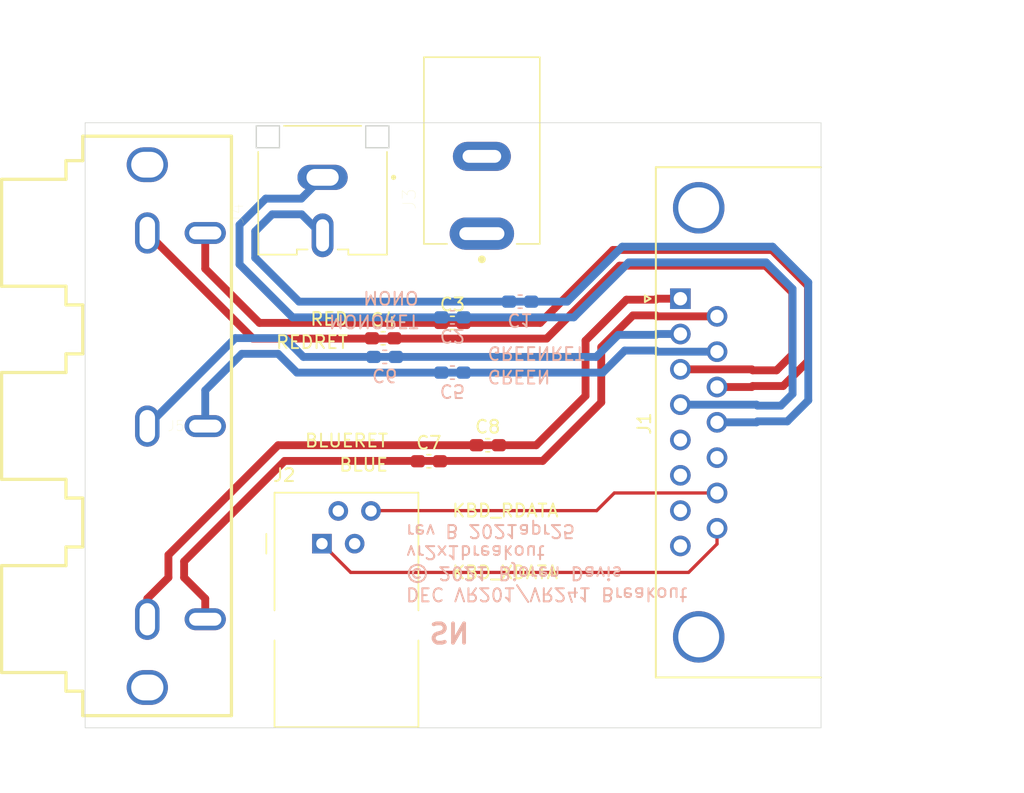
<source format=kicad_pcb>
(kicad_pcb (version 20171130) (host pcbnew "(5.1.9)-1")

  (general
    (thickness 1.5748)
    (drawings 19)
    (tracks 96)
    (zones 0)
    (modules 13)
    (nets 13)
  )

  (page USLetter)
  (layers
    (0 F.Cu signal)
    (1 In1.Cu power)
    (2 In2.Cu power)
    (31 B.Cu signal)
    (32 B.Adhes user)
    (33 F.Adhes user)
    (34 B.Paste user)
    (35 F.Paste user)
    (36 B.SilkS user)
    (37 F.SilkS user)
    (38 B.Mask user)
    (39 F.Mask user)
    (40 Dwgs.User user)
    (41 Cmts.User user)
    (42 Eco1.User user)
    (43 Eco2.User user)
    (44 Edge.Cuts user)
    (45 Margin user)
    (46 B.CrtYd user)
    (47 F.CrtYd user)
    (48 B.Fab user)
    (49 F.Fab user)
  )

  (setup
    (last_trace_width 0.6096)
    (user_trace_width 0.254)
    (user_trace_width 0.6096)
    (trace_clearance 0.2)
    (zone_clearance 0.508)
    (zone_45_only no)
    (trace_min 0.2)
    (via_size 0.8)
    (via_drill 0.4)
    (via_min_size 0.4)
    (via_min_drill 0.3)
    (uvia_size 0.3)
    (uvia_drill 0.1)
    (uvias_allowed no)
    (uvia_min_size 0.2)
    (uvia_min_drill 0.1)
    (edge_width 0.05)
    (segment_width 0.2)
    (pcb_text_width 0.3)
    (pcb_text_size 1.5 1.5)
    (mod_edge_width 0.12)
    (mod_text_size 1 1)
    (mod_text_width 0.15)
    (pad_size 1.524 1.524)
    (pad_drill 0.762)
    (pad_to_mask_clearance 0)
    (aux_axis_origin 0 0)
    (visible_elements 7FFFFFFF)
    (pcbplotparams
      (layerselection 0x010fc_ffffffff)
      (usegerberextensions false)
      (usegerberattributes true)
      (usegerberadvancedattributes true)
      (creategerberjobfile true)
      (excludeedgelayer true)
      (linewidth 0.100000)
      (plotframeref false)
      (viasonmask false)
      (mode 1)
      (useauxorigin false)
      (hpglpennumber 1)
      (hpglpenspeed 20)
      (hpglpendiameter 15.000000)
      (psnegative false)
      (psa4output false)
      (plotreference true)
      (plotvalue true)
      (plotinvisibletext false)
      (padsonsilk false)
      (subtractmaskfromsilk false)
      (outputformat 1)
      (mirror false)
      (drillshape 1)
      (scaleselection 1)
      (outputdirectory ""))
  )

  (net 0 "")
  (net 1 GND)
  (net 2 +12V)
  (net 3 /KBD_RDATA)
  (net 4 /KBD_XDATA)
  (net 5 /BLUE-)
  (net 6 /GREEN-)
  (net 7 /RED-)
  (net 8 /MONO-)
  (net 9 /BLUE+)
  (net 10 /GREEN+)
  (net 11 /RED+)
  (net 12 /MONO+)

  (net_class Default "This is the default net class."
    (clearance 0.2)
    (trace_width 0.25)
    (via_dia 0.8)
    (via_drill 0.4)
    (uvia_dia 0.3)
    (uvia_drill 0.1)
    (add_net +12V)
    (add_net /KBD_RDATA)
    (add_net /KBD_XDATA)
    (add_net GND)
  )

  (net_class Video75OhmDifferential ""
    (clearance 0.2)
    (trace_width 0.25)
    (via_dia 0.8)
    (via_drill 0.4)
    (uvia_dia 0.3)
    (uvia_drill 0.1)
    (diff_pair_width 0.6096)
    (diff_pair_gap 0.6096)
    (add_net /BLUE+)
    (add_net /BLUE-)
    (add_net /GREEN+)
    (add_net /GREEN-)
    (add_net /MONO+)
    (add_net /MONO-)
    (add_net /RED+)
    (add_net /RED-)
  )

  (module vr2x1breakout:C_0603_1608Metric_Pad1.08x0.95mm_HandSolder (layer F.Cu) (tedit 5F68FEEF) (tstamp 60869FFD)
    (at 94.7674 88.5444)
    (descr "Capacitor SMD 0603 (1608 Metric), square (rectangular) end terminal, IPC_7351 nominal with elongated pad for handsoldering. (Body size source: IPC-SM-782 page 76, https://www.pcb-3d.com/wordpress/wp-content/uploads/ipc-sm-782a_amendment_1_and_2.pdf), generated with kicad-footprint-generator")
    (tags "capacitor handsolder")
    (path /60875430)
    (attr smd)
    (fp_text reference C8 (at 0 -1.43) (layer F.SilkS)
      (effects (font (size 1 1) (thickness 0.15)))
    )
    (fp_text value "10 μF" (at 0 1.43) (layer F.Fab)
      (effects (font (size 1 1) (thickness 0.15)))
    )
    (fp_line (start 1.65 0.73) (end -1.65 0.73) (layer F.CrtYd) (width 0.05))
    (fp_line (start 1.65 -0.73) (end 1.65 0.73) (layer F.CrtYd) (width 0.05))
    (fp_line (start -1.65 -0.73) (end 1.65 -0.73) (layer F.CrtYd) (width 0.05))
    (fp_line (start -1.65 0.73) (end -1.65 -0.73) (layer F.CrtYd) (width 0.05))
    (fp_line (start -0.146267 0.51) (end 0.146267 0.51) (layer F.SilkS) (width 0.12))
    (fp_line (start -0.146267 -0.51) (end 0.146267 -0.51) (layer F.SilkS) (width 0.12))
    (fp_line (start 0.8 0.4) (end -0.8 0.4) (layer F.Fab) (width 0.1))
    (fp_line (start 0.8 -0.4) (end 0.8 0.4) (layer F.Fab) (width 0.1))
    (fp_line (start -0.8 -0.4) (end 0.8 -0.4) (layer F.Fab) (width 0.1))
    (fp_line (start -0.8 0.4) (end -0.8 -0.4) (layer F.Fab) (width 0.1))
    (fp_text user %R (at 0 0) (layer F.Fab)
      (effects (font (size 0.4 0.4) (thickness 0.06)))
    )
    (pad 1 smd roundrect (at -0.8625 0) (size 1.075 0.95) (layers F.Cu F.Paste F.Mask) (roundrect_rratio 0.25)
      (net 5 /BLUE-))
    (pad 2 smd roundrect (at 0.8625 0) (size 1.075 0.95) (layers F.Cu F.Paste F.Mask) (roundrect_rratio 0.25)
      (net 5 /BLUE-))
    (model ${KISYS3DMOD}/Capacitor_SMD.3dshapes/C_0603_1608Metric.wrl
      (at (xyz 0 0 0))
      (scale (xyz 1 1 1))
      (rotate (xyz 0 0 0))
    )
  )

  (module vr2x1breakout:C_0603_1608Metric_Pad1.08x0.95mm_HandSolder (layer F.Cu) (tedit 5F68FEEF) (tstamp 60869FEC)
    (at 90.1965 89.789)
    (descr "Capacitor SMD 0603 (1608 Metric), square (rectangular) end terminal, IPC_7351 nominal with elongated pad for handsoldering. (Body size source: IPC-SM-782 page 76, https://www.pcb-3d.com/wordpress/wp-content/uploads/ipc-sm-782a_amendment_1_and_2.pdf), generated with kicad-footprint-generator")
    (tags "capacitor handsolder")
    (path /6087927D)
    (attr smd)
    (fp_text reference C7 (at 0 -1.43) (layer F.SilkS)
      (effects (font (size 1 1) (thickness 0.15)))
    )
    (fp_text value "10 μF" (at 0 1.43) (layer F.Fab)
      (effects (font (size 1 1) (thickness 0.15)))
    )
    (fp_line (start 1.65 0.73) (end -1.65 0.73) (layer F.CrtYd) (width 0.05))
    (fp_line (start 1.65 -0.73) (end 1.65 0.73) (layer F.CrtYd) (width 0.05))
    (fp_line (start -1.65 -0.73) (end 1.65 -0.73) (layer F.CrtYd) (width 0.05))
    (fp_line (start -1.65 0.73) (end -1.65 -0.73) (layer F.CrtYd) (width 0.05))
    (fp_line (start -0.146267 0.51) (end 0.146267 0.51) (layer F.SilkS) (width 0.12))
    (fp_line (start -0.146267 -0.51) (end 0.146267 -0.51) (layer F.SilkS) (width 0.12))
    (fp_line (start 0.8 0.4) (end -0.8 0.4) (layer F.Fab) (width 0.1))
    (fp_line (start 0.8 -0.4) (end 0.8 0.4) (layer F.Fab) (width 0.1))
    (fp_line (start -0.8 -0.4) (end 0.8 -0.4) (layer F.Fab) (width 0.1))
    (fp_line (start -0.8 0.4) (end -0.8 -0.4) (layer F.Fab) (width 0.1))
    (fp_text user %R (at 0 0) (layer F.Fab)
      (effects (font (size 0.4 0.4) (thickness 0.06)))
    )
    (pad 1 smd roundrect (at -0.8625 0) (size 1.075 0.95) (layers F.Cu F.Paste F.Mask) (roundrect_rratio 0.25)
      (net 9 /BLUE+))
    (pad 2 smd roundrect (at 0.8625 0) (size 1.075 0.95) (layers F.Cu F.Paste F.Mask) (roundrect_rratio 0.25)
      (net 9 /BLUE+))
    (model ${KISYS3DMOD}/Capacitor_SMD.3dshapes/C_0603_1608Metric.wrl
      (at (xyz 0 0 0))
      (scale (xyz 1 1 1))
      (rotate (xyz 0 0 0))
    )
  )

  (module vr2x1breakout:C_0603_1608Metric_Pad1.08x0.95mm_HandSolder (layer B.Cu) (tedit 5F68FEEF) (tstamp 60869FDB)
    (at 86.7664 81.6864)
    (descr "Capacitor SMD 0603 (1608 Metric), square (rectangular) end terminal, IPC_7351 nominal with elongated pad for handsoldering. (Body size source: IPC-SM-782 page 76, https://www.pcb-3d.com/wordpress/wp-content/uploads/ipc-sm-782a_amendment_1_and_2.pdf), generated with kicad-footprint-generator")
    (tags "capacitor handsolder")
    (path /6088E834)
    (attr smd)
    (fp_text reference C6 (at 0 1.43 180 unlocked) (layer B.SilkS)
      (effects (font (size 1 1) (thickness 0.15)) (justify mirror))
    )
    (fp_text value "10 μF" (at 0 -1.43) (layer B.Fab)
      (effects (font (size 1 1) (thickness 0.15)) (justify mirror))
    )
    (fp_line (start 1.65 -0.73) (end -1.65 -0.73) (layer B.CrtYd) (width 0.05))
    (fp_line (start 1.65 0.73) (end 1.65 -0.73) (layer B.CrtYd) (width 0.05))
    (fp_line (start -1.65 0.73) (end 1.65 0.73) (layer B.CrtYd) (width 0.05))
    (fp_line (start -1.65 -0.73) (end -1.65 0.73) (layer B.CrtYd) (width 0.05))
    (fp_line (start -0.146267 -0.51) (end 0.146267 -0.51) (layer B.SilkS) (width 0.12))
    (fp_line (start -0.146267 0.51) (end 0.146267 0.51) (layer B.SilkS) (width 0.12))
    (fp_line (start 0.8 -0.4) (end -0.8 -0.4) (layer B.Fab) (width 0.1))
    (fp_line (start 0.8 0.4) (end 0.8 -0.4) (layer B.Fab) (width 0.1))
    (fp_line (start -0.8 0.4) (end 0.8 0.4) (layer B.Fab) (width 0.1))
    (fp_line (start -0.8 -0.4) (end -0.8 0.4) (layer B.Fab) (width 0.1))
    (fp_text user %R (at 0 0) (layer B.Fab)
      (effects (font (size 0.4 0.4) (thickness 0.06)) (justify mirror))
    )
    (pad 1 smd roundrect (at -0.8625 0) (size 1.075 0.95) (layers B.Cu B.Paste B.Mask) (roundrect_rratio 0.25)
      (net 6 /GREEN-))
    (pad 2 smd roundrect (at 0.8625 0) (size 1.075 0.95) (layers B.Cu B.Paste B.Mask) (roundrect_rratio 0.25)
      (net 6 /GREEN-))
    (model ${KISYS3DMOD}/Capacitor_SMD.3dshapes/C_0603_1608Metric.wrl
      (at (xyz 0 0 0))
      (scale (xyz 1 1 1))
      (rotate (xyz 0 0 0))
    )
  )

  (module vr2x1breakout:C_0603_1608Metric_Pad1.08x0.95mm_HandSolder (layer B.Cu) (tedit 5F68FEEF) (tstamp 6086E6D9)
    (at 92.0242 82.9056)
    (descr "Capacitor SMD 0603 (1608 Metric), square (rectangular) end terminal, IPC_7351 nominal with elongated pad for handsoldering. (Body size source: IPC-SM-782 page 76, https://www.pcb-3d.com/wordpress/wp-content/uploads/ipc-sm-782a_amendment_1_and_2.pdf), generated with kicad-footprint-generator")
    (tags "capacitor handsolder")
    (path /608910EE)
    (attr smd)
    (fp_text reference C5 (at 0 1.43 180 unlocked) (layer B.SilkS)
      (effects (font (size 1 1) (thickness 0.15)) (justify mirror))
    )
    (fp_text value "10 μF" (at 0 -1.43) (layer B.Fab)
      (effects (font (size 1 1) (thickness 0.15)) (justify mirror))
    )
    (fp_line (start 1.65 -0.73) (end -1.65 -0.73) (layer B.CrtYd) (width 0.05))
    (fp_line (start 1.65 0.73) (end 1.65 -0.73) (layer B.CrtYd) (width 0.05))
    (fp_line (start -1.65 0.73) (end 1.65 0.73) (layer B.CrtYd) (width 0.05))
    (fp_line (start -1.65 -0.73) (end -1.65 0.73) (layer B.CrtYd) (width 0.05))
    (fp_line (start -0.146267 -0.51) (end 0.146267 -0.51) (layer B.SilkS) (width 0.12))
    (fp_line (start -0.146267 0.51) (end 0.146267 0.51) (layer B.SilkS) (width 0.12))
    (fp_line (start 0.8 -0.4) (end -0.8 -0.4) (layer B.Fab) (width 0.1))
    (fp_line (start 0.8 0.4) (end 0.8 -0.4) (layer B.Fab) (width 0.1))
    (fp_line (start -0.8 0.4) (end 0.8 0.4) (layer B.Fab) (width 0.1))
    (fp_line (start -0.8 -0.4) (end -0.8 0.4) (layer B.Fab) (width 0.1))
    (fp_text user %R (at 0 0) (layer B.Fab)
      (effects (font (size 0.4 0.4) (thickness 0.06)) (justify mirror))
    )
    (pad 1 smd roundrect (at -0.8625 0) (size 1.075 0.95) (layers B.Cu B.Paste B.Mask) (roundrect_rratio 0.25)
      (net 10 /GREEN+))
    (pad 2 smd roundrect (at 0.8625 0) (size 1.075 0.95) (layers B.Cu B.Paste B.Mask) (roundrect_rratio 0.25)
      (net 10 /GREEN+))
    (model ${KISYS3DMOD}/Capacitor_SMD.3dshapes/C_0603_1608Metric.wrl
      (at (xyz 0 0 0))
      (scale (xyz 1 1 1))
      (rotate (xyz 0 0 0))
    )
  )

  (module vr2x1breakout:C_0603_1608Metric_Pad1.08x0.95mm_HandSolder (layer F.Cu) (tedit 5F68FEEF) (tstamp 6086AD8D)
    (at 86.6394 80.2386)
    (descr "Capacitor SMD 0603 (1608 Metric), square (rectangular) end terminal, IPC_7351 nominal with elongated pad for handsoldering. (Body size source: IPC-SM-782 page 76, https://www.pcb-3d.com/wordpress/wp-content/uploads/ipc-sm-782a_amendment_1_and_2.pdf), generated with kicad-footprint-generator")
    (tags "capacitor handsolder")
    (path /608A3C54)
    (attr smd)
    (fp_text reference C4 (at 0 -1.43) (layer F.SilkS)
      (effects (font (size 1 1) (thickness 0.15)))
    )
    (fp_text value "10 μF" (at 0 1.43) (layer F.Fab)
      (effects (font (size 1 1) (thickness 0.15)))
    )
    (fp_line (start 1.65 0.73) (end -1.65 0.73) (layer F.CrtYd) (width 0.05))
    (fp_line (start 1.65 -0.73) (end 1.65 0.73) (layer F.CrtYd) (width 0.05))
    (fp_line (start -1.65 -0.73) (end 1.65 -0.73) (layer F.CrtYd) (width 0.05))
    (fp_line (start -1.65 0.73) (end -1.65 -0.73) (layer F.CrtYd) (width 0.05))
    (fp_line (start -0.146267 0.51) (end 0.146267 0.51) (layer F.SilkS) (width 0.12))
    (fp_line (start -0.146267 -0.51) (end 0.146267 -0.51) (layer F.SilkS) (width 0.12))
    (fp_line (start 0.8 0.4) (end -0.8 0.4) (layer F.Fab) (width 0.1))
    (fp_line (start 0.8 -0.4) (end 0.8 0.4) (layer F.Fab) (width 0.1))
    (fp_line (start -0.8 -0.4) (end 0.8 -0.4) (layer F.Fab) (width 0.1))
    (fp_line (start -0.8 0.4) (end -0.8 -0.4) (layer F.Fab) (width 0.1))
    (fp_text user %R (at 0 0) (layer F.Fab)
      (effects (font (size 0.4 0.4) (thickness 0.06)))
    )
    (pad 1 smd roundrect (at -0.8625 0) (size 1.075 0.95) (layers F.Cu F.Paste F.Mask) (roundrect_rratio 0.25)
      (net 7 /RED-))
    (pad 2 smd roundrect (at 0.8625 0) (size 1.075 0.95) (layers F.Cu F.Paste F.Mask) (roundrect_rratio 0.25)
      (net 7 /RED-))
    (model ${KISYS3DMOD}/Capacitor_SMD.3dshapes/C_0603_1608Metric.wrl
      (at (xyz 0 0 0))
      (scale (xyz 1 1 1))
      (rotate (xyz 0 0 0))
    )
  )

  (module vr2x1breakout:C_0603_1608Metric_Pad1.08x0.95mm_HandSolder (layer F.Cu) (tedit 5F68FEEF) (tstamp 60869FA8)
    (at 92.0242 79.0448)
    (descr "Capacitor SMD 0603 (1608 Metric), square (rectangular) end terminal, IPC_7351 nominal with elongated pad for handsoldering. (Body size source: IPC-SM-782 page 76, https://www.pcb-3d.com/wordpress/wp-content/uploads/ipc-sm-782a_amendment_1_and_2.pdf), generated with kicad-footprint-generator")
    (tags "capacitor handsolder")
    (path /608ABED4)
    (attr smd)
    (fp_text reference C3 (at 0 -1.43) (layer F.SilkS)
      (effects (font (size 1 1) (thickness 0.15)))
    )
    (fp_text value "10 μF" (at 0 1.43) (layer F.Fab)
      (effects (font (size 1 1) (thickness 0.15)))
    )
    (fp_line (start 1.65 0.73) (end -1.65 0.73) (layer F.CrtYd) (width 0.05))
    (fp_line (start 1.65 -0.73) (end 1.65 0.73) (layer F.CrtYd) (width 0.05))
    (fp_line (start -1.65 -0.73) (end 1.65 -0.73) (layer F.CrtYd) (width 0.05))
    (fp_line (start -1.65 0.73) (end -1.65 -0.73) (layer F.CrtYd) (width 0.05))
    (fp_line (start -0.146267 0.51) (end 0.146267 0.51) (layer F.SilkS) (width 0.12))
    (fp_line (start -0.146267 -0.51) (end 0.146267 -0.51) (layer F.SilkS) (width 0.12))
    (fp_line (start 0.8 0.4) (end -0.8 0.4) (layer F.Fab) (width 0.1))
    (fp_line (start 0.8 -0.4) (end 0.8 0.4) (layer F.Fab) (width 0.1))
    (fp_line (start -0.8 -0.4) (end 0.8 -0.4) (layer F.Fab) (width 0.1))
    (fp_line (start -0.8 0.4) (end -0.8 -0.4) (layer F.Fab) (width 0.1))
    (fp_text user %R (at 0 0) (layer F.Fab)
      (effects (font (size 0.4 0.4) (thickness 0.06)))
    )
    (pad 1 smd roundrect (at -0.8625 0) (size 1.075 0.95) (layers F.Cu F.Paste F.Mask) (roundrect_rratio 0.25)
      (net 11 /RED+))
    (pad 2 smd roundrect (at 0.8625 0) (size 1.075 0.95) (layers F.Cu F.Paste F.Mask) (roundrect_rratio 0.25)
      (net 11 /RED+))
    (model ${KISYS3DMOD}/Capacitor_SMD.3dshapes/C_0603_1608Metric.wrl
      (at (xyz 0 0 0))
      (scale (xyz 1 1 1))
      (rotate (xyz 0 0 0))
    )
  )

  (module vr2x1breakout:C_0603_1608Metric_Pad1.08x0.95mm_HandSolder (layer B.Cu) (tedit 5F68FEEF) (tstamp 6086D002)
    (at 92.0242 78.613)
    (descr "Capacitor SMD 0603 (1608 Metric), square (rectangular) end terminal, IPC_7351 nominal with elongated pad for handsoldering. (Body size source: IPC-SM-782 page 76, https://www.pcb-3d.com/wordpress/wp-content/uploads/ipc-sm-782a_amendment_1_and_2.pdf), generated with kicad-footprint-generator")
    (tags "capacitor handsolder")
    (path /608F5EF0)
    (attr smd)
    (fp_text reference C2 (at 0 1.43 180 unlocked) (layer B.SilkS)
      (effects (font (size 1 1) (thickness 0.15)) (justify mirror))
    )
    (fp_text value "10 μF" (at 0 -1.43) (layer B.Fab)
      (effects (font (size 1 1) (thickness 0.15)) (justify mirror))
    )
    (fp_line (start 1.65 -0.73) (end -1.65 -0.73) (layer B.CrtYd) (width 0.05))
    (fp_line (start 1.65 0.73) (end 1.65 -0.73) (layer B.CrtYd) (width 0.05))
    (fp_line (start -1.65 0.73) (end 1.65 0.73) (layer B.CrtYd) (width 0.05))
    (fp_line (start -1.65 -0.73) (end -1.65 0.73) (layer B.CrtYd) (width 0.05))
    (fp_line (start -0.146267 -0.51) (end 0.146267 -0.51) (layer B.SilkS) (width 0.12))
    (fp_line (start -0.146267 0.51) (end 0.146267 0.51) (layer B.SilkS) (width 0.12))
    (fp_line (start 0.8 -0.4) (end -0.8 -0.4) (layer B.Fab) (width 0.1))
    (fp_line (start 0.8 0.4) (end 0.8 -0.4) (layer B.Fab) (width 0.1))
    (fp_line (start -0.8 0.4) (end 0.8 0.4) (layer B.Fab) (width 0.1))
    (fp_line (start -0.8 -0.4) (end -0.8 0.4) (layer B.Fab) (width 0.1))
    (fp_text user %R (at 0 0) (layer B.Fab)
      (effects (font (size 0.4 0.4) (thickness 0.06)) (justify mirror))
    )
    (pad 1 smd roundrect (at -0.8625 0) (size 1.075 0.95) (layers B.Cu B.Paste B.Mask) (roundrect_rratio 0.25)
      (net 8 /MONO-))
    (pad 2 smd roundrect (at 0.8625 0) (size 1.075 0.95) (layers B.Cu B.Paste B.Mask) (roundrect_rratio 0.25)
      (net 8 /MONO-))
    (model ${KISYS3DMOD}/Capacitor_SMD.3dshapes/C_0603_1608Metric.wrl
      (at (xyz 0 0 0))
      (scale (xyz 1 1 1))
      (rotate (xyz 0 0 0))
    )
  )

  (module vr2x1breakout:C_0603_1608Metric_Pad1.08x0.95mm_HandSolder (layer B.Cu) (tedit 5F68FEEF) (tstamp 6086CDC0)
    (at 97.282 77.3938)
    (descr "Capacitor SMD 0603 (1608 Metric), square (rectangular) end terminal, IPC_7351 nominal with elongated pad for handsoldering. (Body size source: IPC-SM-782 page 76, https://www.pcb-3d.com/wordpress/wp-content/uploads/ipc-sm-782a_amendment_1_and_2.pdf), generated with kicad-footprint-generator")
    (tags "capacitor handsolder")
    (path /608FC5A0)
    (attr smd)
    (fp_text reference C1 (at 0 1.43 180 unlocked) (layer B.SilkS)
      (effects (font (size 1 1) (thickness 0.15)) (justify mirror))
    )
    (fp_text value "10 μF" (at 0 -1.43) (layer B.Fab)
      (effects (font (size 1 1) (thickness 0.15)) (justify mirror))
    )
    (fp_line (start 1.65 -0.73) (end -1.65 -0.73) (layer B.CrtYd) (width 0.05))
    (fp_line (start 1.65 0.73) (end 1.65 -0.73) (layer B.CrtYd) (width 0.05))
    (fp_line (start -1.65 0.73) (end 1.65 0.73) (layer B.CrtYd) (width 0.05))
    (fp_line (start -1.65 -0.73) (end -1.65 0.73) (layer B.CrtYd) (width 0.05))
    (fp_line (start -0.146267 -0.51) (end 0.146267 -0.51) (layer B.SilkS) (width 0.12))
    (fp_line (start -0.146267 0.51) (end 0.146267 0.51) (layer B.SilkS) (width 0.12))
    (fp_line (start 0.8 -0.4) (end -0.8 -0.4) (layer B.Fab) (width 0.1))
    (fp_line (start 0.8 0.4) (end 0.8 -0.4) (layer B.Fab) (width 0.1))
    (fp_line (start -0.8 0.4) (end 0.8 0.4) (layer B.Fab) (width 0.1))
    (fp_line (start -0.8 -0.4) (end -0.8 0.4) (layer B.Fab) (width 0.1))
    (fp_text user %R (at 0 0) (layer B.Fab)
      (effects (font (size 0.4 0.4) (thickness 0.06)) (justify mirror))
    )
    (pad 1 smd roundrect (at -0.8625 0) (size 1.075 0.95) (layers B.Cu B.Paste B.Mask) (roundrect_rratio 0.25)
      (net 12 /MONO+))
    (pad 2 smd roundrect (at 0.8625 0) (size 1.075 0.95) (layers B.Cu B.Paste B.Mask) (roundrect_rratio 0.25)
      (net 12 /MONO+))
    (model ${KISYS3DMOD}/Capacitor_SMD.3dshapes/C_0603_1608Metric.wrl
      (at (xyz 0 0 0))
      (scale (xyz 1 1 1))
      (rotate (xyz 0 0 0))
    )
  )

  (module vr2x1breakout:RCJ-32265 (layer F.Cu) (tedit 6085B0D4) (tstamp 603D9360)
    (at 68.326 72.0598)
    (descr "CUI RCJ-32265 Red/Green/Blue RCA jacks")
    (path /6040BCEE)
    (fp_text reference J5 (at 2.2352 14.986) (layer F.SilkS)
      (effects (font (size 0.787402 0.787402) (thickness 0.015)))
    )
    (fp_text value RCJ-32265 (at 2.2352 14.986) (layer F.Fab)
      (effects (font (size 0.787402 0.787402) (thickness 0.015)))
    )
    (fp_line (start 6.5352 37.486) (end 6.5352 -7.514) (layer F.SilkS) (width 0.25))
    (fp_line (start 6.5352 37.486) (end -5.0158 37.486) (layer F.SilkS) (width 0.25))
    (fp_line (start 6.5352 -7.514) (end -5.0158 -7.514) (layer F.SilkS) (width 0.25))
    (fp_line (start -11.3148 19.135) (end -11.3148 10.837) (layer F.SilkS) (width 0.25))
    (fp_line (start -11.3148 4.137) (end -11.3148 -4.166) (layer F.SilkS) (width 0.25))
    (fp_line (start -11.3148 34.138) (end -11.3148 25.835) (layer F.SilkS) (width 0.25))
    (fp_line (start -11.3148 34.138) (end -6.3148 34.138) (layer F.SilkS) (width 0.25))
    (fp_line (start -11.3148 25.835) (end -6.3148 25.835) (layer F.SilkS) (width 0.25))
    (fp_line (start -11.3148 19.135) (end -6.3148 19.135) (layer F.SilkS) (width 0.25))
    (fp_line (start -11.3148 10.837) (end -6.3148 10.837) (layer F.SilkS) (width 0.25))
    (fp_line (start -11.3148 4.137) (end -6.3148 4.137) (layer F.SilkS) (width 0.25))
    (fp_line (start -11.3148 -4.166) (end -6.3148 -4.166) (layer F.SilkS) (width 0.25))
    (fp_line (start -6.3148 34.138) (end -6.3148 35.587) (layer F.SilkS) (width 0.25))
    (fp_line (start -6.3148 35.587) (end -5.0158 35.587) (layer F.SilkS) (width 0.25))
    (fp_line (start -5.0158 35.587) (end -5.0158 37.486) (layer F.SilkS) (width 0.25))
    (fp_line (start -6.3148 25.835) (end -6.3148 24.386) (layer F.SilkS) (width 0.25))
    (fp_line (start -6.3148 24.386) (end -5.0158 24.386) (layer F.SilkS) (width 0.25))
    (fp_line (start -5.0158 24.386) (end -5.0158 20.584) (layer F.SilkS) (width 0.25))
    (fp_line (start -5.0158 20.584) (end -6.3148 20.584) (layer F.SilkS) (width 0.25))
    (fp_line (start -6.3148 20.584) (end -6.3148 19.135) (layer F.SilkS) (width 0.25))
    (fp_line (start -6.3148 10.837) (end -6.3148 9.388) (layer F.SilkS) (width 0.25))
    (fp_line (start -6.3148 9.388) (end -5.0158 9.388) (layer F.SilkS) (width 0.25))
    (fp_line (start -5.0158 9.388) (end -5.0158 5.586) (layer F.SilkS) (width 0.25))
    (fp_line (start -5.0158 5.586) (end -6.3148 5.586) (layer F.SilkS) (width 0.25))
    (fp_line (start -6.3148 5.586) (end -6.3148 4.137) (layer F.SilkS) (width 0.25))
    (fp_line (start -6.3148 -4.166) (end -6.3148 -5.615) (layer F.SilkS) (width 0.25))
    (fp_line (start -6.3148 -5.615) (end -5.0158 -5.615) (layer F.SilkS) (width 0.25))
    (fp_line (start -5.0158 -5.615) (end -5.0158 -7.514) (layer F.SilkS) (width 0.25))
    (pad 3 thru_hole oval (at 0 15) (size 1.9 3.200001) (drill oval 1.2 2.5) (layers *.Cu *.Mask)
      (net 6 /GREEN-))
    (pad 5 thru_hole oval (at 0 30) (size 1.9 3.200001) (drill oval 1.2 2.5) (layers *.Cu *.Mask)
      (net 5 /BLUE-))
    (pad "" thru_hole oval (at 0 35.3) (size 3.2 2.7) (drill oval 2.5 2) (layers *.Cu *.Mask))
    (pad 1 thru_hole oval (at 0 0) (size 1.9 3.200001) (drill oval 1.2 2.5) (layers *.Cu *.Mask)
      (net 7 /RED-))
    (pad "" thru_hole oval (at 0 -5.3) (size 3.2 2.7) (drill oval 2.5 2) (layers *.Cu *.Mask))
    (pad 6 thru_hole oval (at 4.5 30) (size 3.200001 1.7) (drill oval 2.5 1) (layers *.Cu *.Mask)
      (net 9 /BLUE+))
    (pad 4 thru_hole oval (at 4.5 15) (size 3.200001 1.7) (drill oval 2.5 1) (layers *.Cu *.Mask)
      (net 10 /GREEN+))
    (pad 2 thru_hole oval (at 4.5 0) (size 3.200001 1.7) (drill oval 2.5 1) (layers *.Cu *.Mask)
      (net 11 /RED+))
  )

  (module vr2x1breakout:CUI_RCJ-044 (layer F.Cu) (tedit 6085B0DE) (tstamp 60862F4F)
    (at 81.9404 67.7418 90)
    (descr "CUI RCJ-044 CONN RCA JACK MONO 3.2MM R/A")
    (path /6040F59E)
    (fp_text reference J4 (at -2.825 -6.635 90) (layer F.SilkS)
      (effects (font (size 1 1) (thickness 0.015)))
    )
    (fp_text value "CUI RCJ-044" (at 0.985 6.635 90) (layer F.Fab)
      (effects (font (size 1 1) (thickness 0.015)))
    )
    (fp_line (start -5.6 2) (end -5.6 1.17) (layer F.SilkS) (width 0.127))
    (fp_line (start 13.11 4.15) (end 4 4.15) (layer F.Fab) (width 0.127))
    (fp_line (start 13.5 -3.56) (end 13.5 3.76) (layer F.Fab) (width 0.127))
    (fp_line (start 4 -4.15) (end 12.91 -4.15) (layer F.Fab) (width 0.127))
    (fp_circle (center 0 5.513) (end 0.1 5.513) (layer F.Fab) (width 0.2))
    (fp_circle (center 0 5.513) (end 0.1 5.513) (layer F.SilkS) (width 0.2))
    (fp_line (start -6.45 -5.25) (end -6.45 5.25) (layer F.CrtYd) (width 0.05))
    (fp_line (start 2.05 -5.25) (end -6.45 -5.25) (layer F.CrtYd) (width 0.05))
    (fp_line (start 2.05 -5.4) (end 2.05 -5.25) (layer F.CrtYd) (width 0.05))
    (fp_line (start 4.25 -5.4) (end 2.05 -5.4) (layer F.CrtYd) (width 0.05))
    (fp_line (start 4.25 -4.4) (end 4.25 -5.4) (layer F.CrtYd) (width 0.05))
    (fp_line (start 13.75 -4.4) (end 4.25 -4.4) (layer F.CrtYd) (width 0.05))
    (fp_line (start 13.75 4.4) (end 13.75 -4.4) (layer F.CrtYd) (width 0.05))
    (fp_line (start 4.25 4.4) (end 13.75 4.4) (layer F.CrtYd) (width 0.05))
    (fp_line (start 4.25 5.4) (end 4.25 4.4) (layer F.CrtYd) (width 0.05))
    (fp_line (start 2.05 5.4) (end 4.25 5.4) (layer F.CrtYd) (width 0.05))
    (fp_line (start 2.05 5.25) (end 2.05 5.4) (layer F.CrtYd) (width 0.05))
    (fp_line (start -6.45 5.25) (end 2.05 5.25) (layer F.CrtYd) (width 0.05))
    (fp_line (start -5.6 -1.17) (end -5.6 -2) (layer F.SilkS) (width 0.127))
    (fp_line (start -6 -5) (end 1.98 -5) (layer F.SilkS) (width 0.127))
    (fp_line (start -6 -2) (end -6 -5) (layer F.SilkS) (width 0.127))
    (fp_line (start -5.6 -2) (end -6 -2) (layer F.SilkS) (width 0.127))
    (fp_line (start -6 2) (end -5.6 2) (layer F.SilkS) (width 0.127))
    (fp_line (start -6 5) (end -6 2) (layer F.SilkS) (width 0.127))
    (fp_line (start 4 3) (end 4 -3) (layer F.SilkS) (width 0.127))
    (fp_line (start -6 5) (end 1.98 5) (layer F.SilkS) (width 0.127))
    (fp_line (start 4 3.35) (end 2.3 3.35) (layer Edge.Cuts) (width 0.1))
    (fp_line (start 4 5.15) (end 4 3.35) (layer Edge.Cuts) (width 0.1))
    (fp_line (start 2.3 5.15) (end 4 5.15) (layer Edge.Cuts) (width 0.1))
    (fp_line (start 2.3 3.35) (end 2.3 5.15) (layer Edge.Cuts) (width 0.1))
    (fp_line (start 4 -5.15) (end 2.3 -5.15) (layer Edge.Cuts) (width 0.1))
    (fp_line (start 4 -3.35) (end 4 -5.15) (layer Edge.Cuts) (width 0.1))
    (fp_line (start 2.3 -3.35) (end 4 -3.35) (layer Edge.Cuts) (width 0.1))
    (fp_line (start 2.3 -5.15) (end 2.3 -3.35) (layer Edge.Cuts) (width 0.1))
    (fp_line (start -6 -2) (end -6 -5) (layer F.Fab) (width 0.127))
    (fp_line (start -5.6 -2) (end -6 -2) (layer F.Fab) (width 0.127))
    (fp_line (start -5.6 2) (end -5.6 -2) (layer F.Fab) (width 0.127))
    (fp_line (start -6 2) (end -5.6 2) (layer F.Fab) (width 0.127))
    (fp_line (start -6 5) (end -6 2) (layer F.Fab) (width 0.127))
    (fp_line (start 4 5) (end -6 5) (layer F.Fab) (width 0.127))
    (fp_line (start 4 4.15) (end 4 5) (layer F.Fab) (width 0.127))
    (fp_line (start 4 -4.15) (end 4 4.15) (layer F.Fab) (width 0.127))
    (fp_line (start 4 -5) (end 4 -4.15) (layer F.Fab) (width 0.127))
    (fp_line (start -6 -5) (end 4 -5) (layer F.Fab) (width 0.127))
    (fp_arc (start 12.91 -3.56) (end 13.5 -3.56) (angle -90) (layer F.Fab) (width 0.127))
    (fp_arc (start 13.11 3.76) (end 13.11 4.15) (angle -90) (layer F.Fab) (width 0.127))
    (pad 1 thru_hole oval (at 0 0 90) (size 1.95 3.9) (drill oval 1.3 2.5) (layers *.Cu *.Mask)
      (net 8 /MONO-))
    (pad 2 thru_hole oval (at -4.5 0 90) (size 3.400001 1.7) (drill oval 2.5 1) (layers *.Cu *.Mask)
      (net 12 /MONO+))
  )

  (module vr2x1breakout:CUI_PJ-037AH (layer F.Cu) (tedit 6085CE04) (tstamp 60863168)
    (at 94.3102 72.1106 90)
    (descr "CUI PJ-037AH barrel jack")
    (path /6040AB58)
    (fp_text reference J3 (at 2.675 -5.635 90) (layer F.SilkS)
      (effects (font (size 1 1) (thickness 0.015)))
    )
    (fp_text value PJ-037AH (at 7.12 5.635 90) (layer F.Fab)
      (effects (font (size 1 1) (thickness 0.015)))
    )
    (fp_circle (center -2 0) (end -1.85 0) (layer F.Fab) (width 0.3))
    (fp_line (start 13.7 -4.5) (end 13.7 4.5) (layer F.Fab) (width 0.127))
    (fp_line (start -1.5 -4.75) (end -1.5 4.75) (layer F.CrtYd) (width 0.05))
    (fp_circle (center -2 0) (end -1.85 0) (layer F.SilkS) (width 0.3))
    (fp_line (start 13.95 4.75) (end -1.5 4.75) (layer F.CrtYd) (width 0.05))
    (fp_line (start 13.95 -4.75) (end 13.95 4.75) (layer F.CrtYd) (width 0.05))
    (fp_line (start -1.5 -4.75) (end 13.95 -4.75) (layer F.CrtYd) (width 0.05))
    (fp_line (start -0.8 -2.7) (end -0.8 -4.5) (layer F.SilkS) (width 0.127))
    (fp_line (start -0.8 -4.5) (end 13.7 -4.5) (layer F.SilkS) (width 0.127))
    (fp_line (start -0.8 4.5) (end -0.8 2.7) (layer F.SilkS) (width 0.127))
    (fp_line (start 13.7 4.5) (end -0.8 4.5) (layer F.SilkS) (width 0.127))
    (fp_line (start 13.7 -4.5) (end 13.7 4.5) (layer F.SilkS) (width 0.127))
    (fp_line (start -0.8 4.5) (end -0.8 -4.5) (layer F.Fab) (width 0.127))
    (fp_line (start 13.7 4.5) (end -0.8 4.5) (layer F.Fab) (width 0.127))
    (fp_line (start -0.8 -4.5) (end 13.7 -4.5) (layer F.Fab) (width 0.127))
    (pad 1 thru_hole oval (at 0 0 90) (size 2.5 5) (drill oval 1 3.500001) (layers *.Cu *.Mask)
      (net 2 +12V))
    (pad 2 thru_hole oval (at 6 0 90) (size 2.25 4.500001) (drill oval 1 2.999999) (layers *.Cu *.Mask)
      (net 1 GND))
    (model ${KIPRJMOD}/3dmodels/PJ-037AH.step
      (offset (xyz 13.716 0 6.35))
      (scale (xyz 1 1 1))
      (rotate (xyz 90 180 90))
    )
  )

  (module vr2x1breakout:RJ22_TE_215875 (layer F.Cu) (tedit 603B19B0) (tstamp 603ED1BA)
    (at 81.8896 96.1898)
    (descr "RJ22 connector https://www.te.com/usa-en/product-CAT-R52922-C76264.html")
    (tags "RJ22 connector")
    (path /603979BF)
    (fp_text reference J2 (at -2.92 -5.32) (layer F.SilkS)
      (effects (font (size 1 1) (thickness 0.15)))
    )
    (fp_text value Keyboard (at 1.905 15.7226) (layer F.Fab)
      (effects (font (size 1 1) (thickness 0.15)))
    )
    (fp_line (start -3.683 -0.48) (end -3.683 -3.9624) (layer F.Fab) (width 0.1))
    (fp_line (start -3.183 0.02) (end -3.683 -0.48) (layer F.Fab) (width 0.1))
    (fp_line (start -3.683 0.52) (end -3.183 0.02) (layer F.Fab) (width 0.1))
    (fp_line (start -4.318 0.77) (end -4.318 -0.76) (layer F.SilkS) (width 0.127))
    (fp_line (start -3.683 5.1816) (end -3.683 -3.9624) (layer F.SilkS) (width 0.127))
    (fp_line (start -4.572 14.6304) (end -4.572 -4.3434) (layer F.CrtYd) (width 0.05))
    (fp_line (start 8.382 14.6304) (end -4.572 14.6304) (layer F.CrtYd) (width 0.05))
    (fp_line (start 8.382 -4.3434) (end 8.382 14.6304) (layer F.CrtYd) (width 0.05))
    (fp_line (start -4.572 -4.3434) (end 8.382 -4.3434) (layer F.CrtYd) (width 0.05))
    (fp_line (start 7.493 14.2494) (end -3.683 14.2494) (layer F.Fab) (width 0.1))
    (fp_line (start 7.493 -3.9624) (end 7.493 14.2494) (layer F.Fab) (width 0.1))
    (fp_line (start -3.683 -3.9624) (end 7.493 -3.9624) (layer F.Fab) (width 0.1))
    (fp_line (start -3.683 14.2494) (end -3.683 0.52) (layer F.Fab) (width 0.1))
    (fp_line (start -3.683 14.2494) (end -3.683 7.5184) (layer F.SilkS) (width 0.127))
    (fp_line (start 7.493 5.1816) (end 7.493 -3.9624) (layer F.SilkS) (width 0.127))
    (fp_line (start 7.493 14.2494) (end 7.493 7.5184) (layer F.SilkS) (width 0.127))
    (fp_line (start 7.493 -3.9624) (end -3.683 -3.9624) (layer F.SilkS) (width 0.127))
    (fp_line (start 7.493 14.2494) (end -3.683 14.2494) (layer F.SilkS) (width 0.127))
    (fp_text user %R (at 1.9304 7.8994) (layer F.Fab)
      (effects (font (size 1 1) (thickness 0.15)))
    )
    (pad "" np_thru_hole circle (at 5.715 6.35) (size 3.2512 3.2512) (drill 3.2512) (layers *.Cu *.Mask))
    (pad 4 thru_hole circle (at 3.81 -2.54) (size 1.52 1.52) (drill 0.889) (layers *.Cu *.Mask)
      (net 3 /KBD_RDATA))
    (pad 3 thru_hole circle (at 2.54 0) (size 1.52 1.52) (drill 0.889) (layers *.Cu *.Mask)
      (net 2 +12V))
    (pad 2 thru_hole circle (at 1.27 -2.54) (size 1.52 1.52) (drill 0.889) (layers *.Cu *.Mask)
      (net 1 GND))
    (pad "" np_thru_hole circle (at -1.905 6.35) (size 3.2512 3.2512) (drill 3.2512) (layers *.Cu *.Mask))
    (pad 1 thru_hole rect (at 0 0) (size 1.52 1.52) (drill 0.889) (layers *.Cu *.Mask)
      (net 4 /KBD_XDATA))
    (model ${KISYS3DMOD}/Connector_RJ.3dshapes/RJ12_Amphenol_54601.wrl
      (at (xyz 0 0 0))
      (scale (xyz 1 1 1))
      (rotate (xyz 0 0 0))
    )
  )

  (module vr2x1breakout:AMPLIMITE_5788798_DE15 (layer F.Cu) (tedit 603B0DED) (tstamp 603D96B3)
    (at 109.728 77.1652 90)
    (descr "15-pin D-Sub connector, horizontal/angled (90 deg), THT-mount, female, pitch 2.77x2.84mm")
    (tags "15-pin D-Sub connector horizontal angled 90deg THT female pitch 2.77x2.84mm ")
    (path /603886C0)
    (fp_text reference J1 (at -9.695 -2.8 90) (layer F.SilkS)
      (effects (font (size 1 1) (thickness 0.15)))
    )
    (fp_text value DB15_Female (at -9.695 20.81 90) (layer F.Fab)
      (effects (font (size 1 1) (thickness 0.15)))
    )
    (fp_line (start 10.0838 10.922) (end 10.0838 -1.778) (layer F.Fab) (width 0.1016))
    (fp_line (start -29.4132 10.922) (end -29.4132 -1.905) (layer F.SilkS) (width 0.1524))
    (fp_line (start -29.4132 -1.905) (end 10.2108 -1.905) (layer F.SilkS) (width 0.1524))
    (fp_line (start 10.2108 -1.905) (end 10.2108 10.922) (layer F.SilkS) (width 0.1524))
    (fp_line (start -0.25 -2.754338) (end 0.25 -2.754338) (layer F.SilkS) (width 0.1524))
    (fp_line (start 0.25 -2.754338) (end 0 -2.321325) (layer F.SilkS) (width 0.1524))
    (fp_line (start 0 -2.321325) (end -0.25 -2.754338) (layer F.SilkS) (width 0.1524))
    (fp_line (start -29.8 -2.35) (end -29.8 19.85) (layer F.CrtYd) (width 0.05))
    (fp_line (start -29.8 19.85) (end 10.45 19.85) (layer F.CrtYd) (width 0.05))
    (fp_line (start 10.45 19.85) (end 10.45 -2.35) (layer F.CrtYd) (width 0.05))
    (fp_line (start 10.45 -2.35) (end -29.8 -2.35) (layer F.CrtYd) (width 0.05))
    (fp_line (start 2.413 -0.762) (end -21.6154 -0.762) (layer F.Fab) (width 0.1016))
    (fp_line (start 2.413 -1.778) (end 2.413 10.5156) (layer F.Fab) (width 0.1016))
    (fp_line (start 2.413 10.5156) (end 3.9878 10.5156) (layer F.Fab) (width 0.1016))
    (fp_line (start 3.9878 10.5156) (end 3.9878 4.318) (layer F.Fab) (width 0.1016))
    (fp_line (start 3.9878 4.318) (end 5.2324 4.318) (layer F.Fab) (width 0.1016))
    (fp_line (start 5.2324 4.318) (end 5.2324 -1.778) (layer F.Fab) (width 0.1016))
    (fp_line (start 2.413 -1.778) (end 5.2324 -1.778) (layer F.Fab) (width 0.1016))
    (fp_line (start -23.1902 10.5156) (end -23.1902 4.318) (layer F.Fab) (width 0.1016))
    (fp_line (start -23.1902 10.5156) (end -21.6154 10.5156) (layer F.Fab) (width 0.1016))
    (fp_line (start -21.6154 -1.778) (end -21.6154 10.5156) (layer F.Fab) (width 0.1016))
    (fp_line (start -24.4348 4.318) (end -23.1902 4.318) (layer F.Fab) (width 0.1016))
    (fp_line (start -24.4348 4.318) (end -24.4348 -1.778) (layer F.Fab) (width 0.1016))
    (fp_line (start -24.4348 -1.778) (end -21.6154 -1.778) (layer F.Fab) (width 0.1016))
    (fp_line (start -23.1902 10.5156) (end -23.1902 10.922) (layer F.Fab) (width 0.1016))
    (fp_line (start 2.413 10.5156) (end 2.413 10.922) (layer F.Fab) (width 0.1016))
    (fp_line (start 3.9878 10.5156) (end 3.9878 10.922) (layer F.Fab) (width 0.1016))
    (fp_line (start -21.6154 10.5156) (end -21.6154 10.922) (layer F.Fab) (width 0.1016))
    (fp_line (start -23.1902 10.922) (end 3.9878 10.922) (layer F.Fab) (width 0.1016))
    (fp_line (start -21.6154 10.5156) (end 2.413 10.5156) (layer F.Fab) (width 0.1016))
    (fp_line (start 5.2324 -1.778) (end 10.0838 -1.778) (layer F.Fab) (width 0.1016))
    (fp_line (start -29.2862 -1.778) (end -24.4348 -1.778) (layer F.Fab) (width 0.1016))
    (fp_line (start -29.2862 10.922) (end -29.2862 -1.778) (layer F.Fab) (width 0.1016))
    (fp_line (start -29.2862 10.922) (end -23.1902 10.922) (layer F.Fab) (width 0.1016))
    (fp_line (start 3.9878 10.922) (end 10.0838 10.922) (layer F.Fab) (width 0.1016))
    (fp_line (start 2.7432 17.0942) (end -21.9456 17.0942) (layer F.Fab) (width 0.1016))
    (fp_line (start 2.7432 17.0942) (end 2.7432 10.922) (layer F.Fab) (width 0.1016))
    (fp_line (start -21.9456 17.0942) (end -21.9456 10.922) (layer F.Fab) (width 0.1016))
    (fp_arc (start -26.345 1.42) (end -27.945 1.42) (angle 180) (layer F.Fab) (width 0.1016))
    (fp_arc (start 6.955 1.42) (end 5.355 1.42) (angle 180) (layer F.Fab) (width 0.1016))
    (fp_text user %R (at -9.695 16.225 90) (layer F.Fab)
      (effects (font (size 1 1) (thickness 0.15)))
    )
    (pad 1 thru_hole rect (at 0 0 90) (size 1.6 1.6) (drill 1.0414) (layers *.Cu *.Mask)
      (net 5 /BLUE-))
    (pad 2 thru_hole circle (at -2.7432 0 90) (size 1.6 1.6) (drill 1.0414) (layers *.Cu *.Mask)
      (net 6 /GREEN-))
    (pad 3 thru_hole circle (at -5.4864 0 90) (size 1.6 1.6) (drill 1.0414) (layers *.Cu *.Mask)
      (net 7 /RED-))
    (pad 4 thru_hole circle (at -8.2296 0 90) (size 1.6 1.6) (drill 1.0414) (layers *.Cu *.Mask)
      (net 8 /MONO-))
    (pad 5 thru_hole circle (at -10.9728 0 90) (size 1.6 1.6) (drill 1.0414) (layers *.Cu *.Mask)
      (net 1 GND))
    (pad 6 thru_hole circle (at -13.716 0 90) (size 1.6 1.6) (drill 1.0414) (layers *.Cu *.Mask)
      (net 1 GND))
    (pad 7 thru_hole circle (at -16.4592 0 90) (size 1.6 1.6) (drill 1.0414) (layers *.Cu *.Mask)
      (net 2 +12V))
    (pad 8 thru_hole circle (at -19.2024 0 90) (size 1.6 1.6) (drill 1.0414) (layers *.Cu *.Mask)
      (net 2 +12V))
    (pad 9 thru_hole circle (at -1.3716 2.8448 90) (size 1.6 1.6) (drill 1.0414) (layers *.Cu *.Mask)
      (net 9 /BLUE+))
    (pad 10 thru_hole circle (at -4.1148 2.8448 90) (size 1.6 1.6) (drill 1.0414) (layers *.Cu *.Mask)
      (net 10 /GREEN+))
    (pad 11 thru_hole circle (at -6.858 2.8448 90) (size 1.6 1.6) (drill 1.0414) (layers *.Cu *.Mask)
      (net 11 /RED+))
    (pad 12 thru_hole circle (at -9.6012 2.8448 90) (size 1.6 1.6) (drill 1.0414) (layers *.Cu *.Mask)
      (net 12 /MONO+))
    (pad 13 thru_hole circle (at -12.3444 2.8448 90) (size 1.6 1.6) (drill 1.0414) (layers *.Cu *.Mask)
      (net 1 GND))
    (pad 14 thru_hole circle (at -15.0876 2.8448 90) (size 1.6 1.6) (drill 1.0414) (layers *.Cu *.Mask)
      (net 3 /KBD_RDATA))
    (pad 15 thru_hole circle (at -17.8308 2.8448 90) (size 1.6 1.6) (drill 1.0414) (layers *.Cu *.Mask)
      (net 4 /KBD_XDATA))
    (pad "" thru_hole circle (at -26.2636 1.4224 90) (size 4 4) (drill 3.175) (layers *.Cu *.Mask))
    (pad "" thru_hole circle (at 7.0612 1.4224 90) (size 4 4) (drill 3.175) (layers *.Cu *.Mask))
    (model ${KISYS3DMOD}/Connector_Dsub.3dshapes/DSUB-15_Female_Horizontal_P2.77x2.84mm_EdgePinOffset9.90mm_Housed_MountingHolesOffset11.32mm.wrl
      (at (xyz 0 0 0))
      (scale (xyz 1 1 1))
      (rotate (xyz 0 0 0))
    )
  )

  (dimension 57.15 (width 0.15) (layer Dwgs.User) (tstamp 6086F62C)
    (gr_text "2.2500 in" (at 92.075 116.2096) (layer Dwgs.User) (tstamp 6086F62D)
      (effects (font (size 1 1) (thickness 0.15)))
    )
    (feature1 (pts (xy 120.65 110.49) (xy 120.65 115.496021)))
    (feature2 (pts (xy 63.5 110.49) (xy 63.5 115.496021)))
    (crossbar (pts (xy 63.5 114.9096) (xy 120.65 114.9096)))
    (arrow1a (pts (xy 120.65 114.9096) (xy 119.523496 115.496021)))
    (arrow1b (pts (xy 120.65 114.9096) (xy 119.523496 114.323179)))
    (arrow2a (pts (xy 63.5 114.9096) (xy 64.626504 115.496021)))
    (arrow2b (pts (xy 63.5 114.9096) (xy 64.626504 114.323179)))
  )
  (gr_text KBD_XDATA (at 96.1136 98.425) (layer F.SilkS)
    (effects (font (size 1 1) (thickness 0.15)))
  )
  (gr_text KBD_RDATA (at 96.137409 93.6244) (layer F.SilkS)
    (effects (font (size 1 1) (thickness 0.15)))
  )
  (gr_text MONORET (at 85.915667 78.9178 180) (layer B.SilkS)
    (effects (font (size 1 1) (thickness 0.15)) (justify mirror))
  )
  (gr_text MONO (at 87.249 77.089 180) (layer B.SilkS)
    (effects (font (size 1 1) (thickness 0.15)) (justify mirror))
  )
  (gr_text GREENRET (at 98.5266 81.3816 180) (layer B.SilkS)
    (effects (font (size 1 1) (thickness 0.15)) (justify mirror))
  )
  (gr_text GREEN (at 97.193267 83.2104 180) (layer B.SilkS)
    (effects (font (size 1 1) (thickness 0.15)) (justify mirror))
  )
  (gr_text REDRET (at 81.115066 80.5434) (layer F.SilkS)
    (effects (font (size 1 1) (thickness 0.15)))
  )
  (gr_text RED (at 82.4484 78.74) (layer F.SilkS)
    (effects (font (size 1 1) (thickness 0.15)))
  )
  (gr_text BLUERET (at 83.7946 88.1888) (layer F.SilkS)
    (effects (font (size 1 1) (thickness 0.15)))
  )
  (gr_text BLUE (at 85.127933 90.0684) (layer F.SilkS)
    (effects (font (size 1 1) (thickness 0.15)))
  )
  (gr_poly (pts (xy 107.2134 101.346) (xy 107.2134 104.775) (xy 93.4974 104.775) (xy 93.4974 101.346)) (layer B.Mask) (width 0.1))
  (gr_text SN (at 91.7829 103.0605 180) (layer B.SilkS)
    (effects (font (size 1.5 1.5) (thickness 0.3)) (justify mirror))
  )
  (dimension 46.99 (width 0.15) (layer Dwgs.User)
    (gr_text "1.85 in" (at 135.0564 86.995 90) (layer Dwgs.User)
      (effects (font (size 1 1) (thickness 0.15)))
    )
    (feature1 (pts (xy 120.65 63.5) (xy 134.342821 63.5)))
    (feature2 (pts (xy 120.65 110.49) (xy 134.342821 110.49)))
    (crossbar (pts (xy 133.7564 110.49) (xy 133.7564 63.5)))
    (arrow1a (pts (xy 133.7564 63.5) (xy 134.342821 64.626504)))
    (arrow1b (pts (xy 133.7564 63.5) (xy 133.169979 64.626504)))
    (arrow2a (pts (xy 133.7564 110.49) (xy 134.342821 109.363496)))
    (arrow2b (pts (xy 133.7564 110.49) (xy 133.169979 109.363496)))
  )
  (gr_text "DEC VR201/VR241 Breakout\n© 2021 Bjoren Davis\nvr2x1breakout\nrev B 2021apr25" (at 88.3285 97.663 180) (layer B.SilkS)
    (effects (font (size 1.016 1.016) (thickness 0.1524)) (justify left mirror))
  )
  (gr_line (start 120.65 63.5) (end 63.5 63.5) (layer Edge.Cuts) (width 0.05))
  (gr_line (start 120.65 110.49) (end 120.65 63.5) (layer Edge.Cuts) (width 0.05))
  (gr_line (start 63.5 110.49) (end 120.65 110.49) (layer Edge.Cuts) (width 0.05) (tstamp 603D9130))
  (gr_line (start 63.5 63.5) (end 63.5 110.49) (layer Edge.Cuts) (width 0.05))

  (segment (start 103.2256 93.6244) (end 85.6488 93.6244) (width 0.254) (layer F.Cu) (net 3) (status 20))
  (segment (start 104.5972 92.2528) (end 103.2256 93.6244) (width 0.254) (layer F.Cu) (net 3))
  (segment (start 112.5855 92.2528) (end 104.5972 92.2528) (width 0.254) (layer F.Cu) (net 3) (status 10))
  (segment (start 112.5728 94.996) (end 112.5728 96.2152) (width 0.254) (layer F.Cu) (net 4) (tstamp 6086B9A9) (status 10))
  (segment (start 112.5728 96.2152) (end 110.363 98.425) (width 0.254) (layer F.Cu) (net 4))
  (segment (start 84.1248 98.425) (end 81.8388 96.139) (width 0.254) (layer F.Cu) (net 4) (status 20))
  (segment (start 110.363 98.425) (end 84.1248 98.425) (width 0.254) (layer F.Cu) (net 4))
  (segment (start 102.362 84.710494) (end 102.362 80.417894) (width 0.6096) (layer F.Cu) (net 5))
  (segment (start 98.528094 88.5444) (end 102.362 84.710494) (width 0.6096) (layer F.Cu) (net 5))
  (segment (start 68.326 100.4598) (end 69.9664 98.8194) (width 0.6096) (layer F.Cu) (net 5) (status 10))
  (segment (start 68.326 102.0598) (end 68.326 100.4598) (width 0.6096) (layer F.Cu) (net 5) (status 30))
  (segment (start 69.9664 98.8194) (end 69.9664 97.065494) (width 0.6096) (layer F.Cu) (net 5))
  (segment (start 69.9664 97.065494) (end 78.487494 88.5444) (width 0.6096) (layer F.Cu) (net 5))
  (segment (start 102.362 80.417894) (end 105.538494 77.2414) (width 0.6096) (layer F.Cu) (net 5))
  (segment (start 105.538494 77.2414) (end 107.823 77.2414) (width 0.6096) (layer F.Cu) (net 5))
  (segment (start 107.823 77.2414) (end 107.8992 77.1652) (width 0.6096) (layer F.Cu) (net 5))
  (segment (start 107.8992 77.1652) (end 109.728 77.1652) (width 0.6096) (layer F.Cu) (net 5) (status 20))
  (segment (start 78.487494 88.5444) (end 98.528094 88.5444) (width 0.6096) (layer F.Cu) (net 5))
  (segment (start 75.1599 80.2259) (end 78.992506 80.2259) (width 0.6096) (layer B.Cu) (net 6))
  (segment (start 68.326 87.0598) (end 75.1599 80.2259) (width 0.6096) (layer B.Cu) (net 6) (status 10))
  (segment (start 78.992506 80.2259) (end 80.453006 81.6864) (width 0.6096) (layer B.Cu) (net 6))
  (segment (start 80.453006 81.6864) (end 103.188994 81.6864) (width 0.6096) (layer B.Cu) (net 6))
  (segment (start 103.188994 81.6864) (end 104.903494 79.9719) (width 0.6096) (layer B.Cu) (net 6))
  (segment (start 104.903494 79.9719) (end 107.823 79.9719) (width 0.6096) (layer B.Cu) (net 6))
  (segment (start 107.823 79.9719) (end 107.9119 79.883) (width 0.25) (layer B.Cu) (net 6))
  (segment (start 107.823 79.9719) (end 107.8865 79.9084) (width 0.6096) (layer B.Cu) (net 6))
  (segment (start 107.8865 79.9084) (end 109.728 79.9084) (width 0.6096) (layer B.Cu) (net 6) (status 20))
  (segment (start 105.002106 74.5998) (end 116.333494 74.5998) (width 0.6096) (layer F.Cu) (net 7))
  (segment (start 99.337906 80.264) (end 105.002106 74.5998) (width 0.6096) (layer F.Cu) (net 7))
  (segment (start 116.333494 74.5998) (end 118.4148 76.681106) (width 0.6096) (layer F.Cu) (net 7))
  (segment (start 68.326 72.0598) (end 76.5302 80.264) (width 0.6096) (layer F.Cu) (net 7) (status 10))
  (segment (start 118.4148 76.681106) (end 118.4148 81.510094) (width 0.6096) (layer F.Cu) (net 7))
  (segment (start 118.4148 81.510094) (end 117.197094 82.7278) (width 0.6096) (layer F.Cu) (net 7))
  (segment (start 117.197094 82.7278) (end 115.3414 82.7278) (width 0.6096) (layer F.Cu) (net 7))
  (segment (start 115.3414 82.7278) (end 115.2652 82.6516) (width 0.6096) (layer F.Cu) (net 7))
  (segment (start 115.2652 82.6516) (end 109.728 82.6516) (width 0.6096) (layer F.Cu) (net 7) (status 20))
  (segment (start 76.5302 80.264) (end 99.337906 80.264) (width 0.6096) (layer F.Cu) (net 7))
  (segment (start 105.713306 74.3458) (end 101.446106 78.613) (width 0.6096) (layer B.Cu) (net 8))
  (segment (start 105.713306 74.3458) (end 116.384294 74.3458) (width 0.6096) (layer B.Cu) (net 8))
  (segment (start 116.384294 74.3458) (end 118.4402 76.401706) (width 0.6096) (layer B.Cu) (net 8))
  (segment (start 118.4402 76.401706) (end 118.4402 84.558094) (width 0.6096) (layer B.Cu) (net 8))
  (segment (start 118.4402 84.558094) (end 117.527294 85.471) (width 0.6096) (layer B.Cu) (net 8))
  (segment (start 117.527294 85.471) (end 115.7224 85.471) (width 0.6096) (layer B.Cu) (net 8))
  (segment (start 115.7224 85.471) (end 115.6462 85.3948) (width 0.6096) (layer B.Cu) (net 8))
  (segment (start 115.6462 85.3948) (end 109.728 85.3948) (width 0.6096) (layer B.Cu) (net 8) (status 20))
  (segment (start 80.2894 69.3928) (end 81.9404 67.7418) (width 0.6096) (layer B.Cu) (net 8) (status 20))
  (segment (start 75.4888 71.426294) (end 77.522294 69.3928) (width 0.6096) (layer B.Cu) (net 8))
  (segment (start 75.4888 74.496706) (end 75.4888 71.426294) (width 0.6096) (layer B.Cu) (net 8))
  (segment (start 77.522294 69.3928) (end 80.2894 69.3928) (width 0.6096) (layer B.Cu) (net 8))
  (segment (start 79.605094 78.613) (end 75.4888 74.496706) (width 0.6096) (layer B.Cu) (net 8))
  (segment (start 101.4476 78.613) (end 79.605094 78.613) (width 0.6096) (layer B.Cu) (net 8))
  (segment (start 72.826 102.0598) (end 72.826 100.4598) (width 0.6096) (layer F.Cu) (net 9) (status 10))
  (segment (start 72.826 100.4598) (end 71.1856 98.8194) (width 0.6096) (layer F.Cu) (net 9))
  (segment (start 71.1856 97.570506) (end 78.992506 89.7636) (width 0.6096) (layer F.Cu) (net 9))
  (segment (start 99.033106 89.7636) (end 103.5812 85.215506) (width 0.6096) (layer F.Cu) (net 9))
  (segment (start 103.5812 85.215506) (end 103.5812 80.922906) (width 0.6096) (layer F.Cu) (net 9))
  (segment (start 71.1856 98.8194) (end 71.1856 97.570506) (width 0.6096) (layer F.Cu) (net 9))
  (segment (start 103.5812 80.922906) (end 106.043506 78.4606) (width 0.6096) (layer F.Cu) (net 9))
  (segment (start 106.043506 78.4606) (end 107.823 78.4606) (width 0.6096) (layer F.Cu) (net 9))
  (segment (start 107.823 78.4606) (end 107.8992 78.5368) (width 0.6096) (layer F.Cu) (net 9))
  (segment (start 107.8992 78.5368) (end 112.5728 78.5368) (width 0.6096) (layer F.Cu) (net 9) (status 20))
  (segment (start 78.992506 89.7636) (end 99.033106 89.7636) (width 0.6096) (layer F.Cu) (net 9))
  (segment (start 72.826 84.28401) (end 75.66491 81.4451) (width 0.6096) (layer B.Cu) (net 10))
  (segment (start 72.826 87.0598) (end 72.826 84.28401) (width 0.6096) (layer B.Cu) (net 10) (status 10))
  (segment (start 75.66491 81.4451) (end 78.487494 81.4451) (width 0.6096) (layer B.Cu) (net 10))
  (segment (start 78.487494 81.4451) (end 79.947994 82.9056) (width 0.6096) (layer B.Cu) (net 10))
  (segment (start 79.947994 82.9056) (end 103.694006 82.9056) (width 0.6096) (layer B.Cu) (net 10))
  (segment (start 103.694006 82.9056) (end 105.408506 81.1911) (width 0.6096) (layer B.Cu) (net 10))
  (segment (start 105.408506 81.1911) (end 107.823 81.1911) (width 0.6096) (layer B.Cu) (net 10))
  (segment (start 107.823 81.1911) (end 107.9119 81.28) (width 0.6096) (layer B.Cu) (net 10))
  (segment (start 107.9119 81.28) (end 112.5728 81.28) (width 0.6096) (layer B.Cu) (net 10) (status 20))
  (segment (start 116.838506 73.3806) (end 119.634 76.176094) (width 0.6096) (layer F.Cu) (net 11))
  (segment (start 98.832894 79.0448) (end 104.497094 73.3806) (width 0.6096) (layer F.Cu) (net 11))
  (segment (start 104.497094 73.3806) (end 116.838506 73.3806) (width 0.6096) (layer F.Cu) (net 11))
  (segment (start 72.826 72.0598) (end 72.826 74.83559) (width 0.6096) (layer F.Cu) (net 11) (status 10))
  (segment (start 72.826 74.83559) (end 77.03521 79.0448) (width 0.6096) (layer F.Cu) (net 11))
  (segment (start 119.634 76.176094) (end 119.634 82.015106) (width 0.6096) (layer F.Cu) (net 11))
  (segment (start 119.634 82.015106) (end 117.702106 83.947) (width 0.6096) (layer F.Cu) (net 11))
  (segment (start 117.702106 83.947) (end 115.3414 83.947) (width 0.6096) (layer F.Cu) (net 11))
  (segment (start 115.3414 83.947) (end 115.2652 84.0232) (width 0.6096) (layer F.Cu) (net 11))
  (segment (start 115.2652 84.0232) (end 112.5728 84.0232) (width 0.6096) (layer F.Cu) (net 11) (status 20))
  (segment (start 77.03521 79.0448) (end 98.832894 79.0448) (width 0.6096) (layer F.Cu) (net 11))
  (segment (start 105.208294 73.1266) (end 100.941094 77.3938) (width 0.6096) (layer B.Cu) (net 12))
  (segment (start 105.208294 73.1266) (end 116.889306 73.1266) (width 0.6096) (layer B.Cu) (net 12))
  (segment (start 116.889306 73.1266) (end 119.6594 75.896694) (width 0.6096) (layer B.Cu) (net 12))
  (segment (start 119.6594 75.896694) (end 119.6594 85.063106) (width 0.6096) (layer B.Cu) (net 12))
  (segment (start 119.6594 85.063106) (end 118.032306 86.6902) (width 0.6096) (layer B.Cu) (net 12))
  (segment (start 118.032306 86.6902) (end 115.7224 86.6902) (width 0.6096) (layer B.Cu) (net 12))
  (segment (start 115.7224 86.6902) (end 115.6462 86.7664) (width 0.6096) (layer B.Cu) (net 12))
  (segment (start 115.6462 86.7664) (end 112.5728 86.7664) (width 0.6096) (layer B.Cu) (net 12) (status 20))
  (segment (start 80.3148 70.612) (end 81.9404 72.2376) (width 0.6096) (layer B.Cu) (net 12) (status 20))
  (segment (start 78.027306 70.612) (end 80.3148 70.612) (width 0.6096) (layer B.Cu) (net 12))
  (segment (start 76.708 71.931306) (end 78.027306 70.612) (width 0.6096) (layer B.Cu) (net 12))
  (segment (start 76.708 73.991694) (end 76.708 71.931306) (width 0.6096) (layer B.Cu) (net 12))
  (segment (start 80.110106 77.3938) (end 76.708 73.991694) (width 0.6096) (layer B.Cu) (net 12))
  (segment (start 100.9396 77.3938) (end 80.110106 77.3938) (width 0.6096) (layer B.Cu) (net 12))

  (zone (net 1) (net_name GND) (layer In1.Cu) (tstamp 0) (hatch edge 0.508)
    (connect_pads (clearance 0.508))
    (min_thickness 0.254)
    (fill yes (arc_segments 32) (thermal_gap 0.508) (thermal_bridge_width 0.508))
    (polygon
      (pts
        (xy 120.396 110.236) (xy 63.754 110.236) (xy 63.754 63.754) (xy 120.396 63.754)
      )
    )
    (filled_polygon
      (pts
        (xy 76.105401 65.408143) (xy 76.102086 65.4418) (xy 76.115312 65.576083) (xy 76.154481 65.705206) (xy 76.218088 65.824207)
        (xy 76.303689 65.928511) (xy 76.407993 66.014112) (xy 76.526994 66.077719) (xy 76.656117 66.116888) (xy 76.756753 66.1268)
        (xy 76.7904 66.130114) (xy 76.824047 66.1268) (xy 78.556753 66.1268) (xy 78.5904 66.130114) (xy 78.624047 66.1268)
        (xy 78.724683 66.116888) (xy 78.853806 66.077719) (xy 78.972807 66.014112) (xy 79.077111 65.928511) (xy 79.162712 65.824207)
        (xy 79.226319 65.705206) (xy 79.265488 65.576083) (xy 79.278714 65.4418) (xy 79.2754 65.408153) (xy 79.2754 64.16)
        (xy 84.6054 64.16) (xy 84.605401 65.408143) (xy 84.602086 65.4418) (xy 84.615312 65.576083) (xy 84.654481 65.705206)
        (xy 84.718088 65.824207) (xy 84.803689 65.928511) (xy 84.907993 66.014112) (xy 85.026994 66.077719) (xy 85.156117 66.116888)
        (xy 85.256753 66.1268) (xy 85.2904 66.130114) (xy 85.324047 66.1268) (xy 87.056753 66.1268) (xy 87.0904 66.130114)
        (xy 87.124047 66.1268) (xy 87.224683 66.116888) (xy 87.353806 66.077719) (xy 87.472807 66.014112) (xy 87.577111 65.928511)
        (xy 87.662712 65.824207) (xy 87.723458 65.710557) (xy 91.471267 65.710557) (xy 91.588994 65.9836) (xy 94.1832 65.9836)
        (xy 94.1832 64.3506) (xy 94.4372 64.3506) (xy 94.4372 65.9836) (xy 97.031406 65.9836) (xy 97.149133 65.710557)
        (xy 97.109829 65.55441) (xy 96.969144 65.238393) (xy 96.769511 64.955895) (xy 96.518601 64.717771) (xy 96.226056 64.533173)
        (xy 95.903119 64.409194) (xy 95.5622 64.3506) (xy 94.4372 64.3506) (xy 94.1832 64.3506) (xy 93.0582 64.3506)
        (xy 92.717281 64.409194) (xy 92.394344 64.533173) (xy 92.101799 64.717771) (xy 91.850889 64.955895) (xy 91.651256 65.238393)
        (xy 91.510571 65.55441) (xy 91.471267 65.710557) (xy 87.723458 65.710557) (xy 87.726319 65.705206) (xy 87.765488 65.576083)
        (xy 87.778714 65.4418) (xy 87.7754 65.408153) (xy 87.7754 64.16) (xy 119.990001 64.16) (xy 119.99 109.83)
        (xy 64.16 109.83) (xy 64.16 107.3598) (xy 66.081396 107.3598) (xy 66.119722 107.748928) (xy 66.233226 108.123102)
        (xy 66.417547 108.467943) (xy 66.665602 108.770198) (xy 66.967857 109.018253) (xy 67.312698 109.202574) (xy 67.686872 109.316078)
        (xy 67.97849 109.3448) (xy 68.67351 109.3448) (xy 68.965128 109.316078) (xy 69.339302 109.202574) (xy 69.684143 109.018253)
        (xy 69.986398 108.770198) (xy 70.234453 108.467943) (xy 70.418774 108.123102) (xy 70.532278 107.748928) (xy 70.570604 107.3598)
        (xy 70.532278 106.970672) (xy 70.418774 106.596498) (xy 70.234453 106.251657) (xy 69.986398 105.949402) (xy 69.684143 105.701347)
        (xy 69.339302 105.517026) (xy 68.965128 105.403522) (xy 68.67351 105.3748) (xy 67.97849 105.3748) (xy 67.686872 105.403522)
        (xy 67.312698 105.517026) (xy 66.967857 105.701347) (xy 66.665602 105.949402) (xy 66.417547 106.251657) (xy 66.233226 106.596498)
        (xy 66.119722 106.970672) (xy 66.081396 107.3598) (xy 64.16 107.3598) (xy 64.16 101.331937) (xy 66.741 101.331937)
        (xy 66.741 102.787664) (xy 66.763934 103.020514) (xy 66.854567 103.319288) (xy 67.001745 103.594639) (xy 67.199814 103.835987)
        (xy 67.441162 104.034056) (xy 67.716513 104.181234) (xy 68.015287 104.271866) (xy 68.326 104.302469) (xy 68.636714 104.271866)
        (xy 68.935488 104.181234) (xy 69.210839 104.034056) (xy 69.452187 103.835987) (xy 69.650256 103.594639) (xy 69.797434 103.319288)
        (xy 69.888066 103.020514) (xy 69.911 102.787664) (xy 69.911 102.0598) (xy 70.583815 102.0598) (xy 70.612487 102.350911)
        (xy 70.697401 102.630834) (xy 70.835294 102.888814) (xy 71.020866 103.114934) (xy 71.246986 103.300506) (xy 71.504966 103.438399)
        (xy 71.784889 103.523313) (xy 72.00305 103.5448) (xy 73.64895 103.5448) (xy 73.867111 103.523313) (xy 74.147034 103.438399)
        (xy 74.405014 103.300506) (xy 74.631134 103.114934) (xy 74.816706 102.888814) (xy 74.954599 102.630834) (xy 75.039513 102.350911)
        (xy 75.042838 102.31715) (xy 77.724 102.31715) (xy 77.724 102.76245) (xy 77.810874 103.199193) (xy 77.981282 103.610596)
        (xy 78.228677 103.980848) (xy 78.543552 104.295723) (xy 78.913804 104.543118) (xy 79.325207 104.713526) (xy 79.76195 104.8004)
        (xy 80.20725 104.8004) (xy 80.643993 104.713526) (xy 81.055396 104.543118) (xy 81.425648 104.295723) (xy 81.740523 103.980848)
        (xy 81.987918 103.610596) (xy 82.158326 103.199193) (xy 82.2452 102.76245) (xy 82.2452 102.31715) (xy 85.344 102.31715)
        (xy 85.344 102.76245) (xy 85.430874 103.199193) (xy 85.601282 103.610596) (xy 85.848677 103.980848) (xy 86.163552 104.295723)
        (xy 86.533804 104.543118) (xy 86.945207 104.713526) (xy 87.38195 104.8004) (xy 87.82725 104.8004) (xy 88.263993 104.713526)
        (xy 88.675396 104.543118) (xy 89.045648 104.295723) (xy 89.360523 103.980848) (xy 89.607918 103.610596) (xy 89.778326 103.199193)
        (xy 89.784277 103.169275) (xy 108.5154 103.169275) (xy 108.5154 103.688325) (xy 108.616661 104.197401) (xy 108.815293 104.676941)
        (xy 109.103662 105.108515) (xy 109.470685 105.475538) (xy 109.902259 105.763907) (xy 110.381799 105.962539) (xy 110.890875 106.0638)
        (xy 111.409925 106.0638) (xy 111.919001 105.962539) (xy 112.398541 105.763907) (xy 112.830115 105.475538) (xy 113.197138 105.108515)
        (xy 113.485507 104.676941) (xy 113.684139 104.197401) (xy 113.7854 103.688325) (xy 113.7854 103.169275) (xy 113.684139 102.660199)
        (xy 113.485507 102.180659) (xy 113.197138 101.749085) (xy 112.830115 101.382062) (xy 112.398541 101.093693) (xy 111.919001 100.895061)
        (xy 111.409925 100.7938) (xy 110.890875 100.7938) (xy 110.381799 100.895061) (xy 109.902259 101.093693) (xy 109.470685 101.382062)
        (xy 109.103662 101.749085) (xy 108.815293 102.180659) (xy 108.616661 102.660199) (xy 108.5154 103.169275) (xy 89.784277 103.169275)
        (xy 89.8652 102.76245) (xy 89.8652 102.31715) (xy 89.778326 101.880407) (xy 89.607918 101.469004) (xy 89.360523 101.098752)
        (xy 89.045648 100.783877) (xy 88.675396 100.536482) (xy 88.263993 100.366074) (xy 87.82725 100.2792) (xy 87.38195 100.2792)
        (xy 86.945207 100.366074) (xy 86.533804 100.536482) (xy 86.163552 100.783877) (xy 85.848677 101.098752) (xy 85.601282 101.469004)
        (xy 85.430874 101.880407) (xy 85.344 102.31715) (xy 82.2452 102.31715) (xy 82.158326 101.880407) (xy 81.987918 101.469004)
        (xy 81.740523 101.098752) (xy 81.425648 100.783877) (xy 81.055396 100.536482) (xy 80.643993 100.366074) (xy 80.20725 100.2792)
        (xy 79.76195 100.2792) (xy 79.325207 100.366074) (xy 78.913804 100.536482) (xy 78.543552 100.783877) (xy 78.228677 101.098752)
        (xy 77.981282 101.469004) (xy 77.810874 101.880407) (xy 77.724 102.31715) (xy 75.042838 102.31715) (xy 75.068185 102.0598)
        (xy 75.039513 101.768689) (xy 74.954599 101.488766) (xy 74.816706 101.230786) (xy 74.631134 101.004666) (xy 74.405014 100.819094)
        (xy 74.147034 100.681201) (xy 73.867111 100.596287) (xy 73.64895 100.5748) (xy 72.00305 100.5748) (xy 71.784889 100.596287)
        (xy 71.504966 100.681201) (xy 71.246986 100.819094) (xy 71.020866 101.004666) (xy 70.835294 101.230786) (xy 70.697401 101.488766)
        (xy 70.612487 101.768689) (xy 70.583815 102.0598) (xy 69.911 102.0598) (xy 69.911 101.331936) (xy 69.888066 101.099086)
        (xy 69.797434 100.800312) (xy 69.650256 100.524961) (xy 69.452187 100.283613) (xy 69.210838 100.085544) (xy 68.935487 99.938366)
        (xy 68.636713 99.847734) (xy 68.326 99.817131) (xy 68.015286 99.847734) (xy 67.716512 99.938366) (xy 67.441161 100.085544)
        (xy 67.199813 100.283613) (xy 67.001744 100.524962) (xy 66.854566 100.800313) (xy 66.763934 101.099087) (xy 66.741 101.331937)
        (xy 64.16 101.331937) (xy 64.16 95.4298) (xy 80.491528 95.4298) (xy 80.491528 96.9498) (xy 80.503788 97.074282)
        (xy 80.540098 97.19398) (xy 80.599063 97.304294) (xy 80.678415 97.400985) (xy 80.775106 97.480337) (xy 80.88542 97.539302)
        (xy 81.005118 97.575612) (xy 81.1296 97.587872) (xy 82.6496 97.587872) (xy 82.774082 97.575612) (xy 82.89378 97.539302)
        (xy 83.004094 97.480337) (xy 83.100785 97.400985) (xy 83.180137 97.304294) (xy 83.239102 97.19398) (xy 83.275412 97.074282)
        (xy 83.284074 96.986333) (xy 83.346033 97.079061) (xy 83.540339 97.273367) (xy 83.76882 97.426033) (xy 84.022693 97.531191)
        (xy 84.292204 97.5848) (xy 84.566996 97.5848) (xy 84.836507 97.531191) (xy 85.09038 97.426033) (xy 85.318861 97.273367)
        (xy 85.513167 97.079061) (xy 85.665833 96.85058) (xy 85.770991 96.596707) (xy 85.8246 96.327196) (xy 85.8246 96.052404)
        (xy 85.770991 95.782893) (xy 85.665833 95.52902) (xy 85.513167 95.300539) (xy 85.318861 95.106233) (xy 85.09038 94.953567)
        (xy 84.836507 94.848409) (xy 84.566996 94.7948) (xy 84.292204 94.7948) (xy 84.022693 94.848409) (xy 83.76882 94.953567)
        (xy 83.540339 95.106233) (xy 83.346033 95.300539) (xy 83.284074 95.393267) (xy 83.275412 95.305318) (xy 83.239102 95.18562)
        (xy 83.180137 95.075306) (xy 83.156223 95.046166) (xy 83.231697 95.049695) (xy 83.503417 95.008731) (xy 83.761926 94.915544)
        (xy 83.877394 94.853825) (xy 83.944131 94.613937) (xy 83.1596 93.829405) (xy 82.375069 94.613937) (xy 82.424531 94.791728)
        (xy 81.1296 94.791728) (xy 81.005118 94.803988) (xy 80.88542 94.840298) (xy 80.775106 94.899263) (xy 80.678415 94.978615)
        (xy 80.599063 95.075306) (xy 80.540098 95.18562) (xy 80.503788 95.305318) (xy 80.491528 95.4298) (xy 64.16 95.4298)
        (xy 64.16 93.721897) (xy 81.759705 93.721897) (xy 81.800669 93.993617) (xy 81.893856 94.252126) (xy 81.955575 94.367594)
        (xy 82.195463 94.434331) (xy 82.979995 93.6498) (xy 83.339205 93.6498) (xy 84.123737 94.434331) (xy 84.363625 94.367594)
        (xy 84.4292 94.228093) (xy 84.463367 94.31058) (xy 84.616033 94.539061) (xy 84.810339 94.733367) (xy 85.03882 94.886033)
        (xy 85.292693 94.991191) (xy 85.562204 95.0448) (xy 85.836996 95.0448) (xy 86.106507 94.991191) (xy 86.36038 94.886033)
        (xy 86.588861 94.733367) (xy 86.783167 94.539061) (xy 86.935833 94.31058) (xy 87.040991 94.056707) (xy 87.0946 93.787196)
        (xy 87.0946 93.512404) (xy 87.088765 93.483065) (xy 108.293 93.483065) (xy 108.293 93.765735) (xy 108.348147 94.042974)
        (xy 108.45632 94.304127) (xy 108.613363 94.539159) (xy 108.813241 94.739037) (xy 109.048273 94.89608) (xy 109.289501 94.996)
        (xy 109.048273 95.09592) (xy 108.813241 95.252963) (xy 108.613363 95.452841) (xy 108.45632 95.687873) (xy 108.348147 95.949026)
        (xy 108.293 96.226265) (xy 108.293 96.508935) (xy 108.348147 96.786174) (xy 108.45632 97.047327) (xy 108.613363 97.282359)
        (xy 108.813241 97.482237) (xy 109.048273 97.63928) (xy 109.309426 97.747453) (xy 109.586665 97.8026) (xy 109.869335 97.8026)
        (xy 110.146574 97.747453) (xy 110.407727 97.63928) (xy 110.642759 97.482237) (xy 110.842637 97.282359) (xy 110.99968 97.047327)
        (xy 111.107853 96.786174) (xy 111.163 96.508935) (xy 111.163 96.226265) (xy 111.107853 95.949026) (xy 110.99968 95.687873)
        (xy 110.842637 95.452841) (xy 110.642759 95.252963) (xy 110.407727 95.09592) (xy 110.166499 94.996) (xy 110.407727 94.89608)
        (xy 110.642759 94.739037) (xy 110.842637 94.539159) (xy 110.99968 94.304127) (xy 111.107853 94.042974) (xy 111.163 93.765735)
        (xy 111.163 93.483065) (xy 111.107853 93.205826) (xy 110.99968 92.944673) (xy 110.842637 92.709641) (xy 110.642759 92.509763)
        (xy 110.407727 92.35272) (xy 110.160778 92.250431) (xy 110.344292 92.184803) (xy 110.469514 92.117871) (xy 110.471393 92.111465)
        (xy 111.1378 92.111465) (xy 111.1378 92.394135) (xy 111.192947 92.671374) (xy 111.30112 92.932527) (xy 111.458163 93.167559)
        (xy 111.658041 93.367437) (xy 111.893073 93.52448) (xy 112.134301 93.6244) (xy 111.893073 93.72432) (xy 111.658041 93.881363)
        (xy 111.458163 94.081241) (xy 111.30112 94.316273) (xy 111.192947 94.577426) (xy 111.1378 94.854665) (xy 111.1378 95.137335)
        (xy 111.192947 95.414574) (xy 111.30112 95.675727) (xy 111.458163 95.910759) (xy 111.658041 96.110637) (xy 111.893073 96.26768)
        (xy 112.154226 96.375853) (xy 112.431465 96.431) (xy 112.714135 96.431) (xy 112.991374 96.375853) (xy 113.252527 96.26768)
        (xy 113.487559 96.110637) (xy 113.687437 95.910759) (xy 113.84448 95.675727) (xy 113.952653 95.414574) (xy 114.0078 95.137335)
        (xy 114.0078 94.854665) (xy 113.952653 94.577426) (xy 113.84448 94.316273) (xy 113.687437 94.081241) (xy 113.487559 93.881363)
        (xy 113.252527 93.72432) (xy 113.011299 93.6244) (xy 113.252527 93.52448) (xy 113.487559 93.367437) (xy 113.687437 93.167559)
        (xy 113.84448 92.932527) (xy 113.952653 92.671374) (xy 114.0078 92.394135) (xy 114.0078 92.111465) (xy 113.952653 91.834226)
        (xy 113.84448 91.573073) (xy 113.687437 91.338041) (xy 113.487559 91.138163) (xy 113.252527 90.98112) (xy 113.005578 90.878831)
        (xy 113.189092 90.813203) (xy 113.314314 90.746271) (xy 113.385897 90.502302) (xy 112.5728 89.689205) (xy 111.759703 90.502302)
        (xy 111.831286 90.746271) (xy 112.086796 90.867171) (xy 112.137492 90.879879) (xy 111.893073 90.98112) (xy 111.658041 91.138163)
        (xy 111.458163 91.338041) (xy 111.30112 91.573073) (xy 111.192947 91.834226) (xy 111.1378 92.111465) (xy 110.471393 92.111465)
        (xy 110.541097 91.873902) (xy 109.728 91.060805) (xy 108.914903 91.873902) (xy 108.986486 92.117871) (xy 109.241996 92.238771)
        (xy 109.292692 92.251479) (xy 109.048273 92.35272) (xy 108.813241 92.509763) (xy 108.613363 92.709641) (xy 108.45632 92.944673)
        (xy 108.348147 93.205826) (xy 108.293 93.483065) (xy 87.088765 93.483065) (xy 87.040991 93.242893) (xy 86.935833 92.98902)
        (xy 86.783167 92.760539) (xy 86.588861 92.566233) (xy 86.36038 92.413567) (xy 86.106507 92.308409) (xy 85.836996 92.2548)
        (xy 85.562204 92.2548) (xy 85.292693 92.308409) (xy 85.03882 92.413567) (xy 84.810339 92.566233) (xy 84.616033 92.760539)
        (xy 84.463367 92.98902) (xy 84.43177 93.065301) (xy 84.425344 93.047474) (xy 84.363625 92.932006) (xy 84.123737 92.865269)
        (xy 83.339205 93.6498) (xy 82.979995 93.6498) (xy 82.195463 92.865269) (xy 81.955575 92.932006) (xy 81.838676 93.180692)
        (xy 81.772539 93.447406) (xy 81.759705 93.721897) (xy 64.16 93.721897) (xy 64.16 92.685663) (xy 82.375069 92.685663)
        (xy 83.1596 93.470195) (xy 83.944131 92.685663) (xy 83.877394 92.445775) (xy 83.628708 92.328876) (xy 83.361994 92.262739)
        (xy 83.087503 92.249905) (xy 82.815783 92.290869) (xy 82.557274 92.384056) (xy 82.441806 92.445775) (xy 82.375069 92.685663)
        (xy 64.16 92.685663) (xy 64.16 90.951712) (xy 108.287783 90.951712) (xy 108.329213 91.23133) (xy 108.424397 91.497492)
        (xy 108.491329 91.622714) (xy 108.735298 91.694297) (xy 109.548395 90.8812) (xy 109.907605 90.8812) (xy 110.720702 91.694297)
        (xy 110.964671 91.622714) (xy 111.085571 91.367204) (xy 111.1543 91.093016) (xy 111.168217 90.810688) (xy 111.126787 90.53107)
        (xy 111.031603 90.264908) (xy 110.964671 90.139686) (xy 110.720702 90.068103) (xy 109.907605 90.8812) (xy 109.548395 90.8812)
        (xy 108.735298 90.068103) (xy 108.491329 90.139686) (xy 108.370429 90.395196) (xy 108.3017 90.669384) (xy 108.287783 90.951712)
        (xy 64.16 90.951712) (xy 64.16 86.331937) (xy 66.741 86.331937) (xy 66.741 87.787664) (xy 66.763934 88.020514)
        (xy 66.854567 88.319288) (xy 67.001745 88.594639) (xy 67.199814 88.835987) (xy 67.441162 89.034056) (xy 67.716513 89.181234)
        (xy 68.015287 89.271866) (xy 68.326 89.302469) (xy 68.636714 89.271866) (xy 68.935488 89.181234) (xy 69.030026 89.130702)
        (xy 108.914903 89.130702) (xy 108.986486 89.374671) (xy 109.241996 89.495571) (xy 109.300247 89.510172) (xy 109.111708 89.577597)
        (xy 108.986486 89.644529) (xy 108.914903 89.888498) (xy 109.728 90.701595) (xy 110.541097 89.888498) (xy 110.469514 89.644529)
        (xy 110.333376 89.580112) (xy 111.132583 89.580112) (xy 111.174013 89.85973) (xy 111.269197 90.125892) (xy 111.336129 90.251114)
        (xy 111.580098 90.322697) (xy 112.393195 89.5096) (xy 112.752405 89.5096) (xy 113.565502 90.322697) (xy 113.809471 90.251114)
        (xy 113.930371 89.995604) (xy 113.9991 89.721416) (xy 114.013017 89.439088) (xy 113.971587 89.15947) (xy 113.876403 88.893308)
        (xy 113.809471 88.768086) (xy 113.565502 88.696503) (xy 112.752405 89.5096) (xy 112.393195 89.5096) (xy 111.580098 88.696503)
        (xy 111.336129 88.768086) (xy 111.215229 89.023596) (xy 111.1465 89.297784) (xy 111.132583 89.580112) (xy 110.333376 89.580112)
        (xy 110.214004 89.523629) (xy 110.155753 89.509028) (xy 110.344292 89.441603) (xy 110.469514 89.374671) (xy 110.541097 89.130702)
        (xy 109.728 88.317605) (xy 108.914903 89.130702) (xy 69.030026 89.130702) (xy 69.210839 89.034056) (xy 69.452187 88.835987)
        (xy 69.650256 88.594639) (xy 69.797434 88.319288) (xy 69.888066 88.020514) (xy 69.911 87.787664) (xy 69.911 87.0598)
        (xy 70.583815 87.0598) (xy 70.612487 87.350911) (xy 70.697401 87.630834) (xy 70.835294 87.888814) (xy 71.020866 88.114934)
        (xy 71.246986 88.300506) (xy 71.504966 88.438399) (xy 71.784889 88.523313) (xy 72.00305 88.5448) (xy 73.64895 88.5448)
        (xy 73.867111 88.523313) (xy 74.147034 88.438399) (xy 74.405014 88.300506) (xy 74.517108 88.208512) (xy 108.287783 88.208512)
        (xy 108.329213 88.48813) (xy 108.424397 88.754292) (xy 108.491329 88.879514) (xy 108.735298 88.951097) (xy 109.548395 88.138)
        (xy 109.907605 88.138) (xy 110.720702 88.951097) (xy 110.964671 88.879514) (xy 111.085571 88.624004) (xy 111.1543 88.349816)
        (xy 111.168217 88.067488) (xy 111.126787 87.78787) (xy 111.031603 87.521708) (xy 110.964671 87.396486) (xy 110.720702 87.324903)
        (xy 109.907605 88.138) (xy 109.548395 88.138) (xy 108.735298 87.324903) (xy 108.491329 87.396486) (xy 108.370429 87.651996)
        (xy 108.3017 87.926184) (xy 108.287783 88.208512) (xy 74.517108 88.208512) (xy 74.631134 88.114934) (xy 74.816706 87.888814)
        (xy 74.954599 87.630834) (xy 75.039513 87.350911) (xy 75.068185 87.0598) (xy 75.039513 86.768689) (xy 74.954599 86.488766)
        (xy 74.816706 86.230786) (xy 74.631134 86.004666) (xy 74.405014 85.819094) (xy 74.147034 85.681201) (xy 73.867111 85.596287)
        (xy 73.64895 85.5748) (xy 72.00305 85.5748) (xy 71.784889 85.596287) (xy 71.504966 85.681201) (xy 71.246986 85.819094)
        (xy 71.020866 86.004666) (xy 70.835294 86.230786) (xy 70.697401 86.488766) (xy 70.612487 86.768689) (xy 70.583815 87.0598)
        (xy 69.911 87.0598) (xy 69.911 86.331936) (xy 69.888066 86.099086) (xy 69.797434 85.800312) (xy 69.650256 85.524961)
        (xy 69.452187 85.283613) (xy 69.210838 85.085544) (xy 68.935487 84.938366) (xy 68.636713 84.847734) (xy 68.326 84.817131)
        (xy 68.015286 84.847734) (xy 67.716512 84.938366) (xy 67.441161 85.085544) (xy 67.199813 85.283613) (xy 67.001744 85.524962)
        (xy 66.854566 85.800313) (xy 66.763934 86.099087) (xy 66.741 86.331937) (xy 64.16 86.331937) (xy 64.16 76.3652)
        (xy 108.289928 76.3652) (xy 108.289928 77.9652) (xy 108.302188 78.089682) (xy 108.338498 78.20938) (xy 108.397463 78.319694)
        (xy 108.476815 78.416385) (xy 108.573506 78.495737) (xy 108.68382 78.554702) (xy 108.803518 78.591012) (xy 108.928 78.603272)
        (xy 109.129024 78.603272) (xy 109.048273 78.63672) (xy 108.813241 78.793763) (xy 108.613363 78.993641) (xy 108.45632 79.228673)
        (xy 108.348147 79.489826) (xy 108.293 79.767065) (xy 108.293 80.049735) (xy 108.348147 80.326974) (xy 108.45632 80.588127)
        (xy 108.613363 80.823159) (xy 108.813241 81.023037) (xy 109.048273 81.18008) (xy 109.289501 81.28) (xy 109.048273 81.37992)
        (xy 108.813241 81.536963) (xy 108.613363 81.736841) (xy 108.45632 81.971873) (xy 108.348147 82.233026) (xy 108.293 82.510265)
        (xy 108.293 82.792935) (xy 108.348147 83.070174) (xy 108.45632 83.331327) (xy 108.613363 83.566359) (xy 108.813241 83.766237)
        (xy 109.048273 83.92328) (xy 109.289501 84.0232) (xy 109.048273 84.12312) (xy 108.813241 84.280163) (xy 108.613363 84.480041)
        (xy 108.45632 84.715073) (xy 108.348147 84.976226) (xy 108.293 85.253465) (xy 108.293 85.536135) (xy 108.348147 85.813374)
        (xy 108.45632 86.074527) (xy 108.613363 86.309559) (xy 108.813241 86.509437) (xy 109.048273 86.66648) (xy 109.295222 86.768769)
        (xy 109.111708 86.834397) (xy 108.986486 86.901329) (xy 108.914903 87.145298) (xy 109.728 87.958395) (xy 110.541097 87.145298)
        (xy 110.469514 86.901329) (xy 110.214004 86.780429) (xy 110.163308 86.767721) (xy 110.407727 86.66648) (xy 110.642759 86.509437)
        (xy 110.842637 86.309559) (xy 110.99968 86.074527) (xy 111.107853 85.813374) (xy 111.163 85.536135) (xy 111.163 85.253465)
        (xy 111.107853 84.976226) (xy 110.99968 84.715073) (xy 110.842637 84.480041) (xy 110.642759 84.280163) (xy 110.407727 84.12312)
        (xy 110.166499 84.0232) (xy 110.407727 83.92328) (xy 110.642759 83.766237) (xy 110.842637 83.566359) (xy 110.99968 83.331327)
        (xy 111.107853 83.070174) (xy 111.163 82.792935) (xy 111.163 82.510265) (xy 111.107853 82.233026) (xy 110.99968 81.971873)
        (xy 110.842637 81.736841) (xy 110.642759 81.536963) (xy 110.407727 81.37992) (xy 110.166499 81.28) (xy 110.407727 81.18008)
        (xy 110.642759 81.023037) (xy 110.842637 80.823159) (xy 110.99968 80.588127) (xy 111.107853 80.326974) (xy 111.163 80.049735)
        (xy 111.163 79.767065) (xy 111.107853 79.489826) (xy 110.99968 79.228673) (xy 110.842637 78.993641) (xy 110.642759 78.793763)
        (xy 110.407727 78.63672) (xy 110.326976 78.603272) (xy 110.528 78.603272) (xy 110.652482 78.591012) (xy 110.77218 78.554702)
        (xy 110.882494 78.495737) (xy 110.979185 78.416385) (xy 110.996353 78.395465) (xy 111.1378 78.395465) (xy 111.1378 78.678135)
        (xy 111.192947 78.955374) (xy 111.30112 79.216527) (xy 111.458163 79.451559) (xy 111.658041 79.651437) (xy 111.893073 79.80848)
        (xy 112.134301 79.9084) (xy 111.893073 80.00832) (xy 111.658041 80.165363) (xy 111.458163 80.365241) (xy 111.30112 80.600273)
        (xy 111.192947 80.861426) (xy 111.1378 81.138665) (xy 111.1378 81.421335) (xy 111.192947 81.698574) (xy 111.30112 81.959727)
        (xy 111.458163 82.194759) (xy 111.658041 82.394637) (xy 111.893073 82.55168) (xy 112.134301 82.6516) (xy 111.893073 82.75152)
        (xy 111.658041 82.908563) (xy 111.458163 83.108441) (xy 111.30112 83.343473) (xy 111.192947 83.604626) (xy 111.1378 83.881865)
        (xy 111.1378 84.164535) (xy 111.192947 84.441774) (xy 111.30112 84.702927) (xy 111.458163 84.937959) (xy 111.658041 85.137837)
        (xy 111.893073 85.29488) (xy 112.134301 85.3948) (xy 111.893073 85.49472) (xy 111.658041 85.651763) (xy 111.458163 85.851641)
        (xy 111.30112 86.086673) (xy 111.192947 86.347826) (xy 111.1378 86.625065) (xy 111.1378 86.907735) (xy 111.192947 87.184974)
        (xy 111.30112 87.446127) (xy 111.458163 87.681159) (xy 111.658041 87.881037) (xy 111.893073 88.03808) (xy 112.140022 88.140369)
        (xy 111.956508 88.205997) (xy 111.831286 88.272929) (xy 111.759703 88.516898) (xy 112.5728 89.329995) (xy 113.385897 88.516898)
        (xy 113.314314 88.272929) (xy 113.058804 88.152029) (xy 113.008108 88.139321) (xy 113.252527 88.03808) (xy 113.487559 87.881037)
        (xy 113.687437 87.681159) (xy 113.84448 87.446127) (xy 113.952653 87.184974) (xy 114.0078 86.907735) (xy 114.0078 86.625065)
        (xy 113.952653 86.347826) (xy 113.84448 86.086673) (xy 113.687437 85.851641) (xy 113.487559 85.651763) (xy 113.252527 85.49472)
        (xy 113.011299 85.3948) (xy 113.252527 85.29488) (xy 113.487559 85.137837) (xy 113.687437 84.937959) (xy 113.84448 84.702927)
        (xy 113.952653 84.441774) (xy 114.0078 84.164535) (xy 114.0078 83.881865) (xy 113.952653 83.604626) (xy 113.84448 83.343473)
        (xy 113.687437 83.108441) (xy 113.487559 82.908563) (xy 113.252527 82.75152) (xy 113.011299 82.6516) (xy 113.252527 82.55168)
        (xy 113.487559 82.394637) (xy 113.687437 82.194759) (xy 113.84448 81.959727) (xy 113.952653 81.698574) (xy 114.0078 81.421335)
        (xy 114.0078 81.138665) (xy 113.952653 80.861426) (xy 113.84448 80.600273) (xy 113.687437 80.365241) (xy 113.487559 80.165363)
        (xy 113.252527 80.00832) (xy 113.011299 79.9084) (xy 113.252527 79.80848) (xy 113.487559 79.651437) (xy 113.687437 79.451559)
        (xy 113.84448 79.216527) (xy 113.952653 78.955374) (xy 114.0078 78.678135) (xy 114.0078 78.395465) (xy 113.952653 78.118226)
        (xy 113.84448 77.857073) (xy 113.687437 77.622041) (xy 113.487559 77.422163) (xy 113.252527 77.26512) (xy 112.991374 77.156947)
        (xy 112.714135 77.1018) (xy 112.431465 77.1018) (xy 112.154226 77.156947) (xy 111.893073 77.26512) (xy 111.658041 77.422163)
        (xy 111.458163 77.622041) (xy 111.30112 77.857073) (xy 111.192947 78.118226) (xy 111.1378 78.395465) (xy 110.996353 78.395465)
        (xy 111.058537 78.319694) (xy 111.117502 78.20938) (xy 111.153812 78.089682) (xy 111.166072 77.9652) (xy 111.166072 76.3652)
        (xy 111.153812 76.240718) (xy 111.117502 76.12102) (xy 111.058537 76.010706) (xy 110.979185 75.914015) (xy 110.882494 75.834663)
        (xy 110.77218 75.775698) (xy 110.652482 75.739388) (xy 110.528 75.727128) (xy 108.928 75.727128) (xy 108.803518 75.739388)
        (xy 108.68382 75.775698) (xy 108.573506 75.834663) (xy 108.476815 75.914015) (xy 108.397463 76.010706) (xy 108.338498 76.12102)
        (xy 108.302188 76.240718) (xy 108.289928 76.3652) (xy 64.16 76.3652) (xy 64.16 71.331937) (xy 66.741 71.331937)
        (xy 66.741 72.787664) (xy 66.763934 73.020514) (xy 66.854567 73.319288) (xy 67.001745 73.594639) (xy 67.199814 73.835987)
        (xy 67.441162 74.034056) (xy 67.716513 74.181234) (xy 68.015287 74.271866) (xy 68.326 74.302469) (xy 68.636714 74.271866)
        (xy 68.935488 74.181234) (xy 69.210839 74.034056) (xy 69.452187 73.835987) (xy 69.650256 73.594639) (xy 69.797434 73.319288)
        (xy 69.888066 73.020514) (xy 69.911 72.787664) (xy 69.911 72.0598) (xy 70.583815 72.0598) (xy 70.612487 72.350911)
        (xy 70.697401 72.630834) (xy 70.835294 72.888814) (xy 71.020866 73.114934) (xy 71.246986 73.300506) (xy 71.504966 73.438399)
        (xy 71.784889 73.523313) (xy 72.00305 73.5448) (xy 73.64895 73.5448) (xy 73.867111 73.523313) (xy 74.147034 73.438399)
        (xy 74.405014 73.300506) (xy 74.631134 73.114934) (xy 74.816706 72.888814) (xy 74.954599 72.630834) (xy 75.039513 72.350911)
        (xy 75.068185 72.0598) (xy 75.039513 71.768689) (xy 74.954599 71.488766) (xy 74.863778 71.318851) (xy 80.4554 71.318851)
        (xy 80.4554 73.16475) (xy 80.476888 73.382911) (xy 80.561802 73.662834) (xy 80.699695 73.920814) (xy 80.885267 74.146934)
        (xy 81.111387 74.332506) (xy 81.369367 74.470399) (xy 81.64929 74.555313) (xy 81.9404 74.583985) (xy 82.231511 74.555313)
        (xy 82.511434 74.470399) (xy 82.769414 74.332506) (xy 82.995534 74.146934) (xy 83.181106 73.920814) (xy 83.318999 73.662834)
        (xy 83.403913 73.382911) (xy 83.4254 73.16475) (xy 83.4254 72.1106) (xy 91.16608 72.1106) (xy 91.202475 72.480124)
        (xy 91.310261 72.835448) (xy 91.485297 73.162917) (xy 91.720855 73.449945) (xy 92.007883 73.685503) (xy 92.335352 73.860539)
        (xy 92.690676 73.968325) (xy 92.967603 73.9956) (xy 95.652797 73.9956) (xy 95.929724 73.968325) (xy 96.285048 73.860539)
        (xy 96.612517 73.685503) (xy 96.899545 73.449945) (xy 97.135103 73.162917) (xy 97.310139 72.835448) (xy 97.417925 72.480124)
        (xy 97.45432 72.1106) (xy 97.417925 71.741076) (xy 97.310139 71.385752) (xy 97.135103 71.058283) (xy 96.899545 70.771255)
        (xy 96.612517 70.535697) (xy 96.285048 70.360661) (xy 95.929724 70.252875) (xy 95.652797 70.2256) (xy 92.967603 70.2256)
        (xy 92.690676 70.252875) (xy 92.335352 70.360661) (xy 92.007883 70.535697) (xy 91.720855 70.771255) (xy 91.485297 71.058283)
        (xy 91.310261 71.385752) (xy 91.202475 71.741076) (xy 91.16608 72.1106) (xy 83.4254 72.1106) (xy 83.4254 71.31885)
        (xy 83.403913 71.100689) (xy 83.318999 70.820766) (xy 83.181106 70.562786) (xy 82.995534 70.336666) (xy 82.769413 70.151094)
        (xy 82.511433 70.013201) (xy 82.23151 69.928287) (xy 81.9404 69.899615) (xy 81.649289 69.928287) (xy 81.369366 70.013201)
        (xy 81.111386 70.151094) (xy 80.885266 70.336666) (xy 80.699694 70.562787) (xy 80.561801 70.820767) (xy 80.476887 71.10069)
        (xy 80.4554 71.318851) (xy 74.863778 71.318851) (xy 74.816706 71.230786) (xy 74.631134 71.004666) (xy 74.405014 70.819094)
        (xy 74.147034 70.681201) (xy 73.867111 70.596287) (xy 73.64895 70.5748) (xy 72.00305 70.5748) (xy 71.784889 70.596287)
        (xy 71.504966 70.681201) (xy 71.246986 70.819094) (xy 71.020866 71.004666) (xy 70.835294 71.230786) (xy 70.697401 71.488766)
        (xy 70.612487 71.768689) (xy 70.583815 72.0598) (xy 69.911 72.0598) (xy 69.911 71.331936) (xy 69.888066 71.099086)
        (xy 69.797434 70.800312) (xy 69.650256 70.524961) (xy 69.452187 70.283613) (xy 69.210838 70.085544) (xy 68.935487 69.938366)
        (xy 68.636713 69.847734) (xy 68.603625 69.844475) (xy 108.5154 69.844475) (xy 108.5154 70.363525) (xy 108.616661 70.872601)
        (xy 108.815293 71.352141) (xy 109.103662 71.783715) (xy 109.470685 72.150738) (xy 109.902259 72.439107) (xy 110.381799 72.637739)
        (xy 110.890875 72.739) (xy 111.409925 72.739) (xy 111.919001 72.637739) (xy 112.398541 72.439107) (xy 112.830115 72.150738)
        (xy 113.197138 71.783715) (xy 113.485507 71.352141) (xy 113.684139 70.872601) (xy 113.7854 70.363525) (xy 113.7854 69.844475)
        (xy 113.684139 69.335399) (xy 113.485507 68.855859) (xy 113.197138 68.424285) (xy 112.830115 68.057262) (xy 112.398541 67.768893)
        (xy 111.919001 67.570261) (xy 111.409925 67.469) (xy 110.890875 67.469) (xy 110.381799 67.570261) (xy 109.902259 67.768893)
        (xy 109.470685 68.057262) (xy 109.103662 68.424285) (xy 108.815293 68.855859) (xy 108.616661 69.335399) (xy 108.5154 69.844475)
        (xy 68.603625 69.844475) (xy 68.326 69.817131) (xy 68.015286 69.847734) (xy 67.716512 69.938366) (xy 67.441161 70.085544)
        (xy 67.199813 70.283613) (xy 67.001744 70.524962) (xy 66.854566 70.800313) (xy 66.763934 71.099087) (xy 66.741 71.331937)
        (xy 64.16 71.331937) (xy 64.16 66.7598) (xy 66.081396 66.7598) (xy 66.119722 67.148928) (xy 66.233226 67.523102)
        (xy 66.417547 67.867943) (xy 66.665602 68.170198) (xy 66.967857 68.418253) (xy 67.312698 68.602574) (xy 67.686872 68.716078)
        (xy 67.97849 68.7448) (xy 68.67351 68.7448) (xy 68.965128 68.716078) (xy 69.339302 68.602574) (xy 69.684143 68.418253)
        (xy 69.986398 68.170198) (xy 70.234453 67.867943) (xy 70.301877 67.7418) (xy 79.34761 67.7418) (xy 79.378695 68.057415)
        (xy 79.470757 68.360901) (xy 79.620257 68.640596) (xy 79.82145 68.88575) (xy 80.066604 69.086943) (xy 80.346299 69.236443)
        (xy 80.649785 69.328505) (xy 80.886306 69.3518) (xy 82.994494 69.3518) (xy 83.231015 69.328505) (xy 83.534501 69.236443)
        (xy 83.814196 69.086943) (xy 84.05935 68.88575) (xy 84.260543 68.640596) (xy 84.410043 68.360901) (xy 84.502105 68.057415)
        (xy 84.53319 67.7418) (xy 84.502105 67.426185) (xy 84.410043 67.122699) (xy 84.260543 66.843004) (xy 84.05935 66.59785)
        (xy 83.953089 66.510643) (xy 91.471267 66.510643) (xy 91.510571 66.66679) (xy 91.651256 66.982807) (xy 91.850889 67.265305)
        (xy 92.101799 67.503429) (xy 92.394344 67.688027) (xy 92.717281 67.812006) (xy 93.0582 67.8706) (xy 94.1832 67.8706)
        (xy 94.1832 66.2376) (xy 94.4372 66.2376) (xy 94.4372 67.8706) (xy 95.5622 67.8706) (xy 95.903119 67.812006)
        (xy 96.226056 67.688027) (xy 96.518601 67.503429) (xy 96.769511 67.265305) (xy 96.969144 66.982807) (xy 97.109829 66.66679)
        (xy 97.149133 66.510643) (xy 97.031406 66.2376) (xy 94.4372 66.2376) (xy 94.1832 66.2376) (xy 91.588994 66.2376)
        (xy 91.471267 66.510643) (xy 83.953089 66.510643) (xy 83.814196 66.396657) (xy 83.534501 66.247157) (xy 83.231015 66.155095)
        (xy 82.994494 66.1318) (xy 80.886306 66.1318) (xy 80.649785 66.155095) (xy 80.346299 66.247157) (xy 80.066604 66.396657)
        (xy 79.82145 66.59785) (xy 79.620257 66.843004) (xy 79.470757 67.122699) (xy 79.378695 67.426185) (xy 79.34761 67.7418)
        (xy 70.301877 67.7418) (xy 70.418774 67.523102) (xy 70.532278 67.148928) (xy 70.570604 66.7598) (xy 70.532278 66.370672)
        (xy 70.418774 65.996498) (xy 70.234453 65.651657) (xy 69.986398 65.349402) (xy 69.684143 65.101347) (xy 69.339302 64.917026)
        (xy 68.965128 64.803522) (xy 68.67351 64.7748) (xy 67.97849 64.7748) (xy 67.686872 64.803522) (xy 67.312698 64.917026)
        (xy 66.967857 65.101347) (xy 66.665602 65.349402) (xy 66.417547 65.651657) (xy 66.233226 65.996498) (xy 66.119722 66.370672)
        (xy 66.081396 66.7598) (xy 64.16 66.7598) (xy 64.16 64.16) (xy 76.1054 64.16)
      )
    )
  )
  (zone (net 2) (net_name +12V) (layer In2.Cu) (tstamp 60862B26) (hatch edge 0.508)
    (connect_pads (clearance 0.508))
    (min_thickness 0.254)
    (fill yes (arc_segments 32) (thermal_gap 0.508) (thermal_bridge_width 0.508))
    (polygon
      (pts
        (xy 120.396 110.236) (xy 63.754 110.236) (xy 63.754 63.754) (xy 120.396 63.754)
      )
    )
    (filled_polygon
      (pts
        (xy 76.105401 65.408143) (xy 76.102086 65.4418) (xy 76.115312 65.576083) (xy 76.154481 65.705206) (xy 76.218088 65.824207)
        (xy 76.303689 65.928511) (xy 76.407993 66.014112) (xy 76.526994 66.077719) (xy 76.656117 66.116888) (xy 76.756753 66.1268)
        (xy 76.7904 66.130114) (xy 76.824047 66.1268) (xy 78.556753 66.1268) (xy 78.5904 66.130114) (xy 78.624047 66.1268)
        (xy 78.724683 66.116888) (xy 78.853806 66.077719) (xy 78.972807 66.014112) (xy 79.077111 65.928511) (xy 79.162712 65.824207)
        (xy 79.226319 65.705206) (xy 79.265488 65.576083) (xy 79.278714 65.4418) (xy 79.2754 65.408153) (xy 79.2754 64.16)
        (xy 84.6054 64.16) (xy 84.605401 65.408143) (xy 84.602086 65.4418) (xy 84.615312 65.576083) (xy 84.654481 65.705206)
        (xy 84.718088 65.824207) (xy 84.803689 65.928511) (xy 84.907993 66.014112) (xy 85.026994 66.077719) (xy 85.156117 66.116888)
        (xy 85.256753 66.1268) (xy 85.2904 66.130114) (xy 85.324047 66.1268) (xy 87.056753 66.1268) (xy 87.0904 66.130114)
        (xy 87.124047 66.1268) (xy 87.224683 66.116888) (xy 87.245411 66.1106) (xy 91.416685 66.1106) (xy 91.450667 66.45562)
        (xy 91.551305 66.787381) (xy 91.714734 67.093134) (xy 91.934671 67.361129) (xy 92.202666 67.581066) (xy 92.508419 67.744495)
        (xy 92.84018 67.845133) (xy 93.098747 67.8706) (xy 95.521653 67.8706) (xy 95.78022 67.845133) (xy 96.111981 67.744495)
        (xy 96.417734 67.581066) (xy 96.685729 67.361129) (xy 96.905666 67.093134) (xy 97.069095 66.787381) (xy 97.169733 66.45562)
        (xy 97.203715 66.1106) (xy 97.169733 65.76558) (xy 97.069095 65.433819) (xy 96.905666 65.128066) (xy 96.685729 64.860071)
        (xy 96.417734 64.640134) (xy 96.111981 64.476705) (xy 95.78022 64.376067) (xy 95.521653 64.3506) (xy 93.098747 64.3506)
        (xy 92.84018 64.376067) (xy 92.508419 64.476705) (xy 92.202666 64.640134) (xy 91.934671 64.860071) (xy 91.714734 65.128066)
        (xy 91.551305 65.433819) (xy 91.450667 65.76558) (xy 91.416685 66.1106) (xy 87.245411 66.1106) (xy 87.353806 66.077719)
        (xy 87.472807 66.014112) (xy 87.577111 65.928511) (xy 87.662712 65.824207) (xy 87.726319 65.705206) (xy 87.765488 65.576083)
        (xy 87.778714 65.4418) (xy 87.7754 65.408153) (xy 87.7754 64.16) (xy 119.990001 64.16) (xy 119.99 109.83)
        (xy 64.16 109.83) (xy 64.16 107.3598) (xy 66.081396 107.3598) (xy 66.119722 107.748928) (xy 66.233226 108.123102)
        (xy 66.417547 108.467943) (xy 66.665602 108.770198) (xy 66.967857 109.018253) (xy 67.312698 109.202574) (xy 67.686872 109.316078)
        (xy 67.97849 109.3448) (xy 68.67351 109.3448) (xy 68.965128 109.316078) (xy 69.339302 109.202574) (xy 69.684143 109.018253)
        (xy 69.986398 108.770198) (xy 70.234453 108.467943) (xy 70.418774 108.123102) (xy 70.532278 107.748928) (xy 70.570604 107.3598)
        (xy 70.532278 106.970672) (xy 70.418774 106.596498) (xy 70.234453 106.251657) (xy 69.986398 105.949402) (xy 69.684143 105.701347)
        (xy 69.339302 105.517026) (xy 68.965128 105.403522) (xy 68.67351 105.3748) (xy 67.97849 105.3748) (xy 67.686872 105.403522)
        (xy 67.312698 105.517026) (xy 66.967857 105.701347) (xy 66.665602 105.949402) (xy 66.417547 106.251657) (xy 66.233226 106.596498)
        (xy 66.119722 106.970672) (xy 66.081396 107.3598) (xy 64.16 107.3598) (xy 64.16 101.331937) (xy 66.741 101.331937)
        (xy 66.741 102.787664) (xy 66.763934 103.020514) (xy 66.854567 103.319288) (xy 67.001745 103.594639) (xy 67.199814 103.835987)
        (xy 67.441162 104.034056) (xy 67.716513 104.181234) (xy 68.015287 104.271866) (xy 68.326 104.302469) (xy 68.636714 104.271866)
        (xy 68.935488 104.181234) (xy 69.210839 104.034056) (xy 69.452187 103.835987) (xy 69.650256 103.594639) (xy 69.797434 103.319288)
        (xy 69.888066 103.020514) (xy 69.911 102.787664) (xy 69.911 102.0598) (xy 70.583815 102.0598) (xy 70.612487 102.350911)
        (xy 70.697401 102.630834) (xy 70.835294 102.888814) (xy 71.020866 103.114934) (xy 71.246986 103.300506) (xy 71.504966 103.438399)
        (xy 71.784889 103.523313) (xy 72.00305 103.5448) (xy 73.64895 103.5448) (xy 73.867111 103.523313) (xy 74.147034 103.438399)
        (xy 74.405014 103.300506) (xy 74.631134 103.114934) (xy 74.816706 102.888814) (xy 74.954599 102.630834) (xy 75.039513 102.350911)
        (xy 75.042838 102.31715) (xy 77.724 102.31715) (xy 77.724 102.76245) (xy 77.810874 103.199193) (xy 77.981282 103.610596)
        (xy 78.228677 103.980848) (xy 78.543552 104.295723) (xy 78.913804 104.543118) (xy 79.325207 104.713526) (xy 79.76195 104.8004)
        (xy 80.20725 104.8004) (xy 80.643993 104.713526) (xy 81.055396 104.543118) (xy 81.425648 104.295723) (xy 81.740523 103.980848)
        (xy 81.987918 103.610596) (xy 82.158326 103.199193) (xy 82.2452 102.76245) (xy 82.2452 102.31715) (xy 85.344 102.31715)
        (xy 85.344 102.76245) (xy 85.430874 103.199193) (xy 85.601282 103.610596) (xy 85.848677 103.980848) (xy 86.163552 104.295723)
        (xy 86.533804 104.543118) (xy 86.945207 104.713526) (xy 87.38195 104.8004) (xy 87.82725 104.8004) (xy 88.263993 104.713526)
        (xy 88.675396 104.543118) (xy 89.045648 104.295723) (xy 89.360523 103.980848) (xy 89.607918 103.610596) (xy 89.778326 103.199193)
        (xy 89.784277 103.169275) (xy 108.5154 103.169275) (xy 108.5154 103.688325) (xy 108.616661 104.197401) (xy 108.815293 104.676941)
        (xy 109.103662 105.108515) (xy 109.470685 105.475538) (xy 109.902259 105.763907) (xy 110.381799 105.962539) (xy 110.890875 106.0638)
        (xy 111.409925 106.0638) (xy 111.919001 105.962539) (xy 112.398541 105.763907) (xy 112.830115 105.475538) (xy 113.197138 105.108515)
        (xy 113.485507 104.676941) (xy 113.684139 104.197401) (xy 113.7854 103.688325) (xy 113.7854 103.169275) (xy 113.684139 102.660199)
        (xy 113.485507 102.180659) (xy 113.197138 101.749085) (xy 112.830115 101.382062) (xy 112.398541 101.093693) (xy 111.919001 100.895061)
        (xy 111.409925 100.7938) (xy 110.890875 100.7938) (xy 110.381799 100.895061) (xy 109.902259 101.093693) (xy 109.470685 101.382062)
        (xy 109.103662 101.749085) (xy 108.815293 102.180659) (xy 108.616661 102.660199) (xy 108.5154 103.169275) (xy 89.784277 103.169275)
        (xy 89.8652 102.76245) (xy 89.8652 102.31715) (xy 89.778326 101.880407) (xy 89.607918 101.469004) (xy 89.360523 101.098752)
        (xy 89.045648 100.783877) (xy 88.675396 100.536482) (xy 88.263993 100.366074) (xy 87.82725 100.2792) (xy 87.38195 100.2792)
        (xy 86.945207 100.366074) (xy 86.533804 100.536482) (xy 86.163552 100.783877) (xy 85.848677 101.098752) (xy 85.601282 101.469004)
        (xy 85.430874 101.880407) (xy 85.344 102.31715) (xy 82.2452 102.31715) (xy 82.158326 101.880407) (xy 81.987918 101.469004)
        (xy 81.740523 101.098752) (xy 81.425648 100.783877) (xy 81.055396 100.536482) (xy 80.643993 100.366074) (xy 80.20725 100.2792)
        (xy 79.76195 100.2792) (xy 79.325207 100.366074) (xy 78.913804 100.536482) (xy 78.543552 100.783877) (xy 78.228677 101.098752)
        (xy 77.981282 101.469004) (xy 77.810874 101.880407) (xy 77.724 102.31715) (xy 75.042838 102.31715) (xy 75.068185 102.0598)
        (xy 75.039513 101.768689) (xy 74.954599 101.488766) (xy 74.816706 101.230786) (xy 74.631134 101.004666) (xy 74.405014 100.819094)
        (xy 74.147034 100.681201) (xy 73.867111 100.596287) (xy 73.64895 100.5748) (xy 72.00305 100.5748) (xy 71.784889 100.596287)
        (xy 71.504966 100.681201) (xy 71.246986 100.819094) (xy 71.020866 101.004666) (xy 70.835294 101.230786) (xy 70.697401 101.488766)
        (xy 70.612487 101.768689) (xy 70.583815 102.0598) (xy 69.911 102.0598) (xy 69.911 101.331936) (xy 69.888066 101.099086)
        (xy 69.797434 100.800312) (xy 69.650256 100.524961) (xy 69.452187 100.283613) (xy 69.210838 100.085544) (xy 68.935487 99.938366)
        (xy 68.636713 99.847734) (xy 68.326 99.817131) (xy 68.015286 99.847734) (xy 67.716512 99.938366) (xy 67.441161 100.085544)
        (xy 67.199813 100.283613) (xy 67.001744 100.524962) (xy 66.854566 100.800313) (xy 66.763934 101.099087) (xy 66.741 101.331937)
        (xy 64.16 101.331937) (xy 64.16 95.4298) (xy 80.491528 95.4298) (xy 80.491528 96.9498) (xy 80.503788 97.074282)
        (xy 80.540098 97.19398) (xy 80.599063 97.304294) (xy 80.678415 97.400985) (xy 80.775106 97.480337) (xy 80.88542 97.539302)
        (xy 81.005118 97.575612) (xy 81.1296 97.587872) (xy 82.6496 97.587872) (xy 82.774082 97.575612) (xy 82.89378 97.539302)
        (xy 83.004094 97.480337) (xy 83.100785 97.400985) (xy 83.180137 97.304294) (xy 83.239102 97.19398) (xy 83.251248 97.153937)
        (xy 83.645069 97.153937) (xy 83.711806 97.393825) (xy 83.960492 97.510724) (xy 84.227206 97.576861) (xy 84.501697 97.589695)
        (xy 84.773417 97.548731) (xy 85.031926 97.455544) (xy 85.147394 97.393825) (xy 85.15672 97.360302) (xy 108.914903 97.360302)
        (xy 108.986486 97.604271) (xy 109.241996 97.725171) (xy 109.516184 97.7939) (xy 109.798512 97.807817) (xy 110.07813 97.766387)
        (xy 110.344292 97.671203) (xy 110.469514 97.604271) (xy 110.541097 97.360302) (xy 109.728 96.547205) (xy 108.914903 97.360302)
        (xy 85.15672 97.360302) (xy 85.214131 97.153937) (xy 84.4296 96.369405) (xy 83.645069 97.153937) (xy 83.251248 97.153937)
        (xy 83.275412 97.074282) (xy 83.287672 96.9498) (xy 83.287672 96.924869) (xy 83.465463 96.974331) (xy 84.249995 96.1898)
        (xy 84.609205 96.1898) (xy 85.393737 96.974331) (xy 85.633625 96.907594) (xy 85.750524 96.658908) (xy 85.805274 96.438112)
        (xy 108.287783 96.438112) (xy 108.329213 96.71773) (xy 108.424397 96.983892) (xy 108.491329 97.109114) (xy 108.735298 97.180697)
        (xy 109.548395 96.3676) (xy 109.907605 96.3676) (xy 110.720702 97.180697) (xy 110.964671 97.109114) (xy 111.085571 96.853604)
        (xy 111.1543 96.579416) (xy 111.168217 96.297088) (xy 111.126787 96.01747) (xy 111.031603 95.751308) (xy 110.964671 95.626086)
        (xy 110.720702 95.554503) (xy 109.907605 96.3676) (xy 109.548395 96.3676) (xy 108.735298 95.554503) (xy 108.491329 95.626086)
        (xy 108.370429 95.881596) (xy 108.3017 96.155784) (xy 108.287783 96.438112) (xy 85.805274 96.438112) (xy 85.816661 96.392194)
        (xy 85.829495 96.117703) (xy 85.788531 95.845983) (xy 85.695344 95.587474) (xy 85.633625 95.472006) (xy 85.393737 95.405269)
        (xy 84.609205 96.1898) (xy 84.249995 96.1898) (xy 83.465463 95.405269) (xy 83.287672 95.454731) (xy 83.287672 95.4298)
        (xy 83.275412 95.305318) (xy 83.251249 95.225663) (xy 83.645069 95.225663) (xy 84.4296 96.010195) (xy 85.214131 95.225663)
        (xy 85.147394 94.985775) (xy 84.898708 94.868876) (xy 84.631994 94.802739) (xy 84.357503 94.789905) (xy 84.085783 94.830869)
        (xy 83.827274 94.924056) (xy 83.711806 94.985775) (xy 83.645069 95.225663) (xy 83.251249 95.225663) (xy 83.239102 95.18562)
        (xy 83.180137 95.075306) (xy 83.155101 95.0448) (xy 83.296996 95.0448) (xy 83.566507 94.991191) (xy 83.82038 94.886033)
        (xy 84.048861 94.733367) (xy 84.243167 94.539061) (xy 84.395833 94.31058) (xy 84.4296 94.22906) (xy 84.463367 94.31058)
        (xy 84.616033 94.539061) (xy 84.810339 94.733367) (xy 85.03882 94.886033) (xy 85.292693 94.991191) (xy 85.562204 95.0448)
        (xy 85.836996 95.0448) (xy 86.106507 94.991191) (xy 86.36038 94.886033) (xy 86.588861 94.733367) (xy 86.705126 94.617102)
        (xy 108.914903 94.617102) (xy 108.986486 94.861071) (xy 109.241996 94.981971) (xy 109.300247 94.996572) (xy 109.111708 95.063997)
        (xy 108.986486 95.130929) (xy 108.914903 95.374898) (xy 109.728 96.187995) (xy 110.541097 95.374898) (xy 110.469514 95.130929)
        (xy 110.214004 95.010029) (xy 110.155753 94.995428) (xy 110.344292 94.928003) (xy 110.469514 94.861071) (xy 110.541097 94.617102)
        (xy 109.728 93.804005) (xy 108.914903 94.617102) (xy 86.705126 94.617102) (xy 86.783167 94.539061) (xy 86.935833 94.31058)
        (xy 87.040991 94.056707) (xy 87.0946 93.787196) (xy 87.0946 93.694912) (xy 108.287783 93.694912) (xy 108.329213 93.97453)
        (xy 108.424397 94.240692) (xy 108.491329 94.365914) (xy 108.735298 94.437497) (xy 109.548395 93.6244) (xy 109.907605 93.6244)
        (xy 110.720702 94.437497) (xy 110.964671 94.365914) (xy 111.085571 94.110404) (xy 111.1543 93.836216) (xy 111.168217 93.553888)
        (xy 111.126787 93.27427) (xy 111.031603 93.008108) (xy 110.964671 92.882886) (xy 110.720702 92.811303) (xy 109.907605 93.6244)
        (xy 109.548395 93.6244) (xy 108.735298 92.811303) (xy 108.491329 92.882886) (xy 108.370429 93.138396) (xy 108.3017 93.412584)
        (xy 108.287783 93.694912) (xy 87.0946 93.694912) (xy 87.0946 93.512404) (xy 87.040991 93.242893) (xy 86.935833 92.98902)
        (xy 86.783167 92.760539) (xy 86.588861 92.566233) (xy 86.36038 92.413567) (xy 86.106507 92.308409) (xy 85.836996 92.2548)
        (xy 85.562204 92.2548) (xy 85.292693 92.308409) (xy 85.03882 92.413567) (xy 84.810339 92.566233) (xy 84.616033 92.760539)
        (xy 84.463367 92.98902) (xy 84.4296 93.07054) (xy 84.395833 92.98902) (xy 84.243167 92.760539) (xy 84.048861 92.566233)
        (xy 83.82038 92.413567) (xy 83.566507 92.308409) (xy 83.296996 92.2548) (xy 83.022204 92.2548) (xy 82.752693 92.308409)
        (xy 82.49882 92.413567) (xy 82.270339 92.566233) (xy 82.076033 92.760539) (xy 81.923367 92.98902) (xy 81.818209 93.242893)
        (xy 81.7646 93.512404) (xy 81.7646 93.787196) (xy 81.818209 94.056707) (xy 81.923367 94.31058) (xy 82.076033 94.539061)
        (xy 82.270339 94.733367) (xy 82.357682 94.791728) (xy 81.1296 94.791728) (xy 81.005118 94.803988) (xy 80.88542 94.840298)
        (xy 80.775106 94.899263) (xy 80.678415 94.978615) (xy 80.599063 95.075306) (xy 80.540098 95.18562) (xy 80.503788 95.305318)
        (xy 80.491528 95.4298) (xy 64.16 95.4298) (xy 64.16 86.331937) (xy 66.741 86.331937) (xy 66.741 87.787664)
        (xy 66.763934 88.020514) (xy 66.854567 88.319288) (xy 67.001745 88.594639) (xy 67.199814 88.835987) (xy 67.441162 89.034056)
        (xy 67.716513 89.181234) (xy 68.015287 89.271866) (xy 68.326 89.302469) (xy 68.636714 89.271866) (xy 68.935488 89.181234)
        (xy 69.210839 89.034056) (xy 69.452187 88.835987) (xy 69.650256 88.594639) (xy 69.797434 88.319288) (xy 69.888066 88.020514)
        (xy 69.911 87.787664) (xy 69.911 87.0598) (xy 70.583815 87.0598) (xy 70.612487 87.350911) (xy 70.697401 87.630834)
        (xy 70.835294 87.888814) (xy 71.020866 88.114934) (xy 71.246986 88.300506) (xy 71.504966 88.438399) (xy 71.784889 88.523313)
        (xy 72.00305 88.5448) (xy 73.64895 88.5448) (xy 73.867111 88.523313) (xy 74.147034 88.438399) (xy 74.405014 88.300506)
        (xy 74.631134 88.114934) (xy 74.816706 87.888814) (xy 74.954599 87.630834) (xy 75.039513 87.350911) (xy 75.068185 87.0598)
        (xy 75.039513 86.768689) (xy 74.954599 86.488766) (xy 74.816706 86.230786) (xy 74.631134 86.004666) (xy 74.405014 85.819094)
        (xy 74.147034 85.681201) (xy 73.867111 85.596287) (xy 73.64895 85.5748) (xy 72.00305 85.5748) (xy 71.784889 85.596287)
        (xy 71.504966 85.681201) (xy 71.246986 85.819094) (xy 71.020866 86.004666) (xy 70.835294 86.230786) (xy 70.697401 86.488766)
        (xy 70.612487 86.768689) (xy 70.583815 87.0598) (xy 69.911 87.0598) (xy 69.911 86.331936) (xy 69.888066 86.099086)
        (xy 69.797434 85.800312) (xy 69.650256 85.524961) (xy 69.452187 85.283613) (xy 69.210838 85.085544) (xy 68.935487 84.938366)
        (xy 68.636713 84.847734) (xy 68.326 84.817131) (xy 68.015286 84.847734) (xy 67.716512 84.938366) (xy 67.441161 85.085544)
        (xy 67.199813 85.283613) (xy 67.001744 85.524962) (xy 66.854566 85.800313) (xy 66.763934 86.099087) (xy 66.741 86.331937)
        (xy 64.16 86.331937) (xy 64.16 76.3652) (xy 108.289928 76.3652) (xy 108.289928 77.9652) (xy 108.302188 78.089682)
        (xy 108.338498 78.20938) (xy 108.397463 78.319694) (xy 108.476815 78.416385) (xy 108.573506 78.495737) (xy 108.68382 78.554702)
        (xy 108.803518 78.591012) (xy 108.928 78.603272) (xy 109.129024 78.603272) (xy 109.048273 78.63672) (xy 108.813241 78.793763)
        (xy 108.613363 78.993641) (xy 108.45632 79.228673) (xy 108.348147 79.489826) (xy 108.293 79.767065) (xy 108.293 80.049735)
        (xy 108.348147 80.326974) (xy 108.45632 80.588127) (xy 108.613363 80.823159) (xy 108.813241 81.023037) (xy 109.048273 81.18008)
        (xy 109.289501 81.28) (xy 109.048273 81.37992) (xy 108.813241 81.536963) (xy 108.613363 81.736841) (xy 108.45632 81.971873)
        (xy 108.348147 82.233026) (xy 108.293 82.510265) (xy 108.293 82.792935) (xy 108.348147 83.070174) (xy 108.45632 83.331327)
        (xy 108.613363 83.566359) (xy 108.813241 83.766237) (xy 109.048273 83.92328) (xy 109.289501 84.0232) (xy 109.048273 84.12312)
        (xy 108.813241 84.280163) (xy 108.613363 84.480041) (xy 108.45632 84.715073) (xy 108.348147 84.976226) (xy 108.293 85.253465)
        (xy 108.293 85.536135) (xy 108.348147 85.813374) (xy 108.45632 86.074527) (xy 108.613363 86.309559) (xy 108.813241 86.509437)
        (xy 109.048273 86.66648) (xy 109.289501 86.7664) (xy 109.048273 86.86632) (xy 108.813241 87.023363) (xy 108.613363 87.223241)
        (xy 108.45632 87.458273) (xy 108.348147 87.719426) (xy 108.293 87.996665) (xy 108.293 88.279335) (xy 108.348147 88.556574)
        (xy 108.45632 88.817727) (xy 108.613363 89.052759) (xy 108.813241 89.252637) (xy 109.048273 89.40968) (xy 109.289501 89.5096)
        (xy 109.048273 89.60952) (xy 108.813241 89.766563) (xy 108.613363 89.966441) (xy 108.45632 90.201473) (xy 108.348147 90.462626)
        (xy 108.293 90.739865) (xy 108.293 91.022535) (xy 108.348147 91.299774) (xy 108.45632 91.560927) (xy 108.613363 91.795959)
        (xy 108.813241 91.995837) (xy 109.048273 92.15288) (xy 109.295222 92.255169) (xy 109.111708 92.320797) (xy 108.986486 92.387729)
        (xy 108.914903 92.631698) (xy 109.728 93.444795) (xy 110.541097 92.631698) (xy 110.469514 92.387729) (xy 110.214004 92.266829)
        (xy 110.163308 92.254121) (xy 110.407727 92.15288) (xy 110.642759 91.995837) (xy 110.842637 91.795959) (xy 110.99968 91.560927)
        (xy 111.107853 91.299774) (xy 111.163 91.022535) (xy 111.163 90.739865) (xy 111.107853 90.462626) (xy 110.99968 90.201473)
        (xy 110.842637 89.966441) (xy 110.642759 89.766563) (xy 110.407727 89.60952) (xy 110.166499 89.5096) (xy 110.407727 89.40968)
        (xy 110.642759 89.252637) (xy 110.842637 89.052759) (xy 110.99968 88.817727) (xy 111.107853 88.556574) (xy 111.163 88.279335)
        (xy 111.163 87.996665) (xy 111.107853 87.719426) (xy 110.99968 87.458273) (xy 110.842637 87.223241) (xy 110.642759 87.023363)
        (xy 110.407727 86.86632) (xy 110.166499 86.7664) (xy 110.407727 86.66648) (xy 110.642759 86.509437) (xy 110.842637 86.309559)
        (xy 110.99968 86.074527) (xy 111.107853 85.813374) (xy 111.163 85.536135) (xy 111.163 85.253465) (xy 111.107853 84.976226)
        (xy 110.99968 84.715073) (xy 110.842637 84.480041) (xy 110.642759 84.280163) (xy 110.407727 84.12312) (xy 110.166499 84.0232)
        (xy 110.407727 83.92328) (xy 110.642759 83.766237) (xy 110.842637 83.566359) (xy 110.99968 83.331327) (xy 111.107853 83.070174)
        (xy 111.163 82.792935) (xy 111.163 82.510265) (xy 111.107853 82.233026) (xy 110.99968 81.971873) (xy 110.842637 81.736841)
        (xy 110.642759 81.536963) (xy 110.407727 81.37992) (xy 110.166499 81.28) (xy 110.407727 81.18008) (xy 110.642759 81.023037)
        (xy 110.842637 80.823159) (xy 110.99968 80.588127) (xy 111.107853 80.326974) (xy 111.163 80.049735) (xy 111.163 79.767065)
        (xy 111.107853 79.489826) (xy 110.99968 79.228673) (xy 110.842637 78.993641) (xy 110.642759 78.793763) (xy 110.407727 78.63672)
        (xy 110.326976 78.603272) (xy 110.528 78.603272) (xy 110.652482 78.591012) (xy 110.77218 78.554702) (xy 110.882494 78.495737)
        (xy 110.979185 78.416385) (xy 110.996353 78.395465) (xy 111.1378 78.395465) (xy 111.1378 78.678135) (xy 111.192947 78.955374)
        (xy 111.30112 79.216527) (xy 111.458163 79.451559) (xy 111.658041 79.651437) (xy 111.893073 79.80848) (xy 112.134301 79.9084)
        (xy 111.893073 80.00832) (xy 111.658041 80.165363) (xy 111.458163 80.365241) (xy 111.30112 80.600273) (xy 111.192947 80.861426)
        (xy 111.1378 81.138665) (xy 111.1378 81.421335) (xy 111.192947 81.698574) (xy 111.30112 81.959727) (xy 111.458163 82.194759)
        (xy 111.658041 82.394637) (xy 111.893073 82.55168) (xy 112.134301 82.6516) (xy 111.893073 82.75152) (xy 111.658041 82.908563)
        (xy 111.458163 83.108441) (xy 111.30112 83.343473) (xy 111.192947 83.604626) (xy 111.1378 83.881865) (xy 111.1378 84.164535)
        (xy 111.192947 84.441774) (xy 111.30112 84.702927) (xy 111.458163 84.937959) (xy 111.658041 85.137837) (xy 111.893073 85.29488)
        (xy 112.134301 85.3948) (xy 111.893073 85.49472) (xy 111.658041 85.651763) (xy 111.458163 85.851641) (xy 111.30112 86.086673)
        (xy 111.192947 86.347826) (xy 111.1378 86.625065) (xy 111.1378 86.907735) (xy 111.192947 87.184974) (xy 111.30112 87.446127)
        (xy 111.458163 87.681159) (xy 111.658041 87.881037) (xy 111.893073 88.03808) (xy 112.134301 88.138) (xy 111.893073 88.23792)
        (xy 111.658041 88.394963) (xy 111.458163 88.594841) (xy 111.30112 88.829873) (xy 111.192947 89.091026) (xy 111.1378 89.368265)
        (xy 111.1378 89.650935) (xy 111.192947 89.928174) (xy 111.30112 90.189327) (xy 111.458163 90.424359) (xy 111.658041 90.624237)
        (xy 111.893073 90.78128) (xy 112.134301 90.8812) (xy 111.893073 90.98112) (xy 111.658041 91.138163) (xy 111.458163 91.338041)
        (xy 111.30112 91.573073) (xy 111.192947 91.834226) (xy 111.1378 92.111465) (xy 111.1378 92.394135) (xy 111.192947 92.671374)
        (xy 111.30112 92.932527) (xy 111.458163 93.167559) (xy 111.658041 93.367437) (xy 111.893073 93.52448) (xy 112.134301 93.6244)
        (xy 111.893073 93.72432) (xy 111.658041 93.881363) (xy 111.458163 94.081241) (xy 111.30112 94.316273) (xy 111.192947 94.577426)
        (xy 111.1378 94.854665) (xy 111.1378 95.137335) (xy 111.192947 95.414574) (xy 111.30112 95.675727) (xy 111.458163 95.910759)
        (xy 111.658041 96.110637) (xy 111.893073 96.26768) (xy 112.154226 96.375853) (xy 112.431465 96.431) (xy 112.714135 96.431)
        (xy 112.991374 96.375853) (xy 113.252527 96.26768) (xy 113.487559 96.110637) (xy 113.687437 95.910759) (xy 113.84448 95.675727)
        (xy 113.952653 95.414574) (xy 114.0078 95.137335) (xy 114.0078 94.854665) (xy 113.952653 94.577426) (xy 113.84448 94.316273)
        (xy 113.687437 94.081241) (xy 113.487559 93.881363) (xy 113.252527 93.72432) (xy 113.011299 93.6244) (xy 113.252527 93.52448)
        (xy 113.487559 93.367437) (xy 113.687437 93.167559) (xy 113.84448 92.932527) (xy 113.952653 92.671374) (xy 114.0078 92.394135)
        (xy 114.0078 92.111465) (xy 113.952653 91.834226) (xy 113.84448 91.573073) (xy 113.687437 91.338041) (xy 113.487559 91.138163)
        (xy 113.252527 90.98112) (xy 113.011299 90.8812) (xy 113.252527 90.78128) (xy 113.487559 90.624237) (xy 113.687437 90.424359)
        (xy 113.84448 90.189327) (xy 113.952653 89.928174) (xy 114.0078 89.650935) (xy 114.0078 89.368265) (xy 113.952653 89.091026)
        (xy 113.84448 88.829873) (xy 113.687437 88.594841) (xy 113.487559 88.394963) (xy 113.252527 88.23792) (xy 113.011299 88.138)
        (xy 113.252527 88.03808) (xy 113.487559 87.881037) (xy 113.687437 87.681159) (xy 113.84448 87.446127) (xy 113.952653 87.184974)
        (xy 114.0078 86.907735) (xy 114.0078 86.625065) (xy 113.952653 86.347826) (xy 113.84448 86.086673) (xy 113.687437 85.851641)
        (xy 113.487559 85.651763) (xy 113.252527 85.49472) (xy 113.011299 85.3948) (xy 113.252527 85.29488) (xy 113.487559 85.137837)
        (xy 113.687437 84.937959) (xy 113.84448 84.702927) (xy 113.952653 84.441774) (xy 114.0078 84.164535) (xy 114.0078 83.881865)
        (xy 113.952653 83.604626) (xy 113.84448 83.343473) (xy 113.687437 83.108441) (xy 113.487559 82.908563) (xy 113.252527 82.75152)
        (xy 113.011299 82.6516) (xy 113.252527 82.55168) (xy 113.487559 82.394637) (xy 113.687437 82.194759) (xy 113.84448 81.959727)
        (xy 113.952653 81.698574) (xy 114.0078 81.421335) (xy 114.0078 81.138665) (xy 113.952653 80.861426) (xy 113.84448 80.600273)
        (xy 113.687437 80.365241) (xy 113.487559 80.165363) (xy 113.252527 80.00832) (xy 113.011299 79.9084) (xy 113.252527 79.80848)
        (xy 113.487559 79.651437) (xy 113.687437 79.451559) (xy 113.84448 79.216527) (xy 113.952653 78.955374) (xy 114.0078 78.678135)
        (xy 114.0078 78.395465) (xy 113.952653 78.118226) (xy 113.84448 77.857073) (xy 113.687437 77.622041) (xy 113.487559 77.422163)
        (xy 113.252527 77.26512) (xy 112.991374 77.156947) (xy 112.714135 77.1018) (xy 112.431465 77.1018) (xy 112.154226 77.156947)
        (xy 111.893073 77.26512) (xy 111.658041 77.422163) (xy 111.458163 77.622041) (xy 111.30112 77.857073) (xy 111.192947 78.118226)
        (xy 111.1378 78.395465) (xy 110.996353 78.395465) (xy 111.058537 78.319694) (xy 111.117502 78.20938) (xy 111.153812 78.089682)
        (xy 111.166072 77.9652) (xy 111.166072 76.3652) (xy 111.153812 76.240718) (xy 111.117502 76.12102) (xy 111.058537 76.010706)
        (xy 110.979185 75.914015) (xy 110.882494 75.834663) (xy 110.77218 75.775698) (xy 110.652482 75.739388) (xy 110.528 75.727128)
        (xy 108.928 75.727128) (xy 108.803518 75.739388) (xy 108.68382 75.775698) (xy 108.573506 75.834663) (xy 108.476815 75.914015)
        (xy 108.397463 76.010706) (xy 108.338498 76.12102) (xy 108.302188 76.240718) (xy 108.289928 76.3652) (xy 64.16 76.3652)
        (xy 64.16 71.331937) (xy 66.741 71.331937) (xy 66.741 72.787664) (xy 66.763934 73.020514) (xy 66.854567 73.319288)
        (xy 67.001745 73.594639) (xy 67.199814 73.835987) (xy 67.441162 74.034056) (xy 67.716513 74.181234) (xy 68.015287 74.271866)
        (xy 68.326 74.302469) (xy 68.636714 74.271866) (xy 68.935488 74.181234) (xy 69.210839 74.034056) (xy 69.452187 73.835987)
        (xy 69.650256 73.594639) (xy 69.797434 73.319288) (xy 69.888066 73.020514) (xy 69.911 72.787664) (xy 69.911 72.0598)
        (xy 70.583815 72.0598) (xy 70.612487 72.350911) (xy 70.697401 72.630834) (xy 70.835294 72.888814) (xy 71.020866 73.114934)
        (xy 71.246986 73.300506) (xy 71.504966 73.438399) (xy 71.784889 73.523313) (xy 72.00305 73.5448) (xy 73.64895 73.5448)
        (xy 73.867111 73.523313) (xy 74.147034 73.438399) (xy 74.405014 73.300506) (xy 74.631134 73.114934) (xy 74.816706 72.888814)
        (xy 74.954599 72.630834) (xy 75.039513 72.350911) (xy 75.068185 72.0598) (xy 75.039513 71.768689) (xy 74.954599 71.488766)
        (xy 74.863778 71.318851) (xy 80.4554 71.318851) (xy 80.4554 73.16475) (xy 80.476888 73.382911) (xy 80.561802 73.662834)
        (xy 80.699695 73.920814) (xy 80.885267 74.146934) (xy 81.111387 74.332506) (xy 81.369367 74.470399) (xy 81.64929 74.555313)
        (xy 81.9404 74.583985) (xy 82.231511 74.555313) (xy 82.511434 74.470399) (xy 82.769414 74.332506) (xy 82.995534 74.146934)
        (xy 83.181106 73.920814) (xy 83.318999 73.662834) (xy 83.403913 73.382911) (xy 83.4254 73.16475) (xy 83.4254 72.530245)
        (xy 91.222505 72.530245) (xy 91.270086 72.714625) (xy 91.422322 73.052253) (xy 91.637501 73.353694) (xy 91.907353 73.607363)
        (xy 92.221509 73.803512) (xy 92.567895 73.934604) (xy 92.9332 73.9956) (xy 94.1832 73.9956) (xy 94.1832 72.2376)
        (xy 94.4372 72.2376) (xy 94.4372 73.9956) (xy 95.6872 73.9956) (xy 96.052505 73.934604) (xy 96.398891 73.803512)
        (xy 96.713047 73.607363) (xy 96.982899 73.353694) (xy 97.198078 73.052253) (xy 97.350314 72.714625) (xy 97.397895 72.530245)
        (xy 97.281772 72.2376) (xy 94.4372 72.2376) (xy 94.1832 72.2376) (xy 91.338628 72.2376) (xy 91.222505 72.530245)
        (xy 83.4254 72.530245) (xy 83.4254 71.690955) (xy 91.222505 71.690955) (xy 91.338628 71.9836) (xy 94.1832 71.9836)
        (xy 94.1832 70.2256) (xy 94.4372 70.2256) (xy 94.4372 71.9836) (xy 97.281772 71.9836) (xy 97.397895 71.690955)
        (xy 97.350314 71.506575) (xy 97.198078 71.168947) (xy 96.982899 70.867506) (xy 96.713047 70.613837) (xy 96.398891 70.417688)
        (xy 96.052505 70.286596) (xy 95.6872 70.2256) (xy 94.4372 70.2256) (xy 94.1832 70.2256) (xy 92.9332 70.2256)
        (xy 92.567895 70.286596) (xy 92.221509 70.417688) (xy 91.907353 70.613837) (xy 91.637501 70.867506) (xy 91.422322 71.168947)
        (xy 91.270086 71.506575) (xy 91.222505 71.690955) (xy 83.4254 71.690955) (xy 83.4254 71.31885) (xy 83.403913 71.100689)
        (xy 83.318999 70.820766) (xy 83.181106 70.562786) (xy 82.995534 70.336666) (xy 82.769413 70.151094) (xy 82.511433 70.013201)
        (xy 82.23151 69.928287) (xy 81.9404 69.899615) (xy 81.649289 69.928287) (xy 81.369366 70.013201) (xy 81.111386 70.151094)
        (xy 80.885266 70.336666) (xy 80.699694 70.562787) (xy 80.561801 70.820767) (xy 80.476887 71.10069) (xy 80.4554 71.318851)
        (xy 74.863778 71.318851) (xy 74.816706 71.230786) (xy 74.631134 71.004666) (xy 74.405014 70.819094) (xy 74.147034 70.681201)
        (xy 73.867111 70.596287) (xy 73.64895 70.5748) (xy 72.00305 70.5748) (xy 71.784889 70.596287) (xy 71.504966 70.681201)
        (xy 71.246986 70.819094) (xy 71.020866 71.004666) (xy 70.835294 71.230786) (xy 70.697401 71.488766) (xy 70.612487 71.768689)
        (xy 70.583815 72.0598) (xy 69.911 72.0598) (xy 69.911 71.331936) (xy 69.888066 71.099086) (xy 69.797434 70.800312)
        (xy 69.650256 70.524961) (xy 69.452187 70.283613) (xy 69.210838 70.085544) (xy 68.935487 69.938366) (xy 68.636713 69.847734)
        (xy 68.603625 69.844475) (xy 108.5154 69.844475) (xy 108.5154 70.363525) (xy 108.616661 70.872601) (xy 108.815293 71.352141)
        (xy 109.103662 71.783715) (xy 109.470685 72.150738) (xy 109.902259 72.439107) (xy 110.381799 72.637739) (xy 110.890875 72.739)
        (xy 111.409925 72.739) (xy 111.919001 72.637739) (xy 112.398541 72.439107) (xy 112.830115 72.150738) (xy 113.197138 71.783715)
        (xy 113.485507 71.352141) (xy 113.684139 70.872601) (xy 113.7854 70.363525) (xy 113.7854 69.844475) (xy 113.684139 69.335399)
        (xy 113.485507 68.855859) (xy 113.197138 68.424285) (xy 112.830115 68.057262) (xy 112.398541 67.768893) (xy 111.919001 67.570261)
        (xy 111.409925 67.469) (xy 110.890875 67.469) (xy 110.381799 67.570261) (xy 109.902259 67.768893) (xy 109.470685 68.057262)
        (xy 109.103662 68.424285) (xy 108.815293 68.855859) (xy 108.616661 69.335399) (xy 108.5154 69.844475) (xy 68.603625 69.844475)
        (xy 68.326 69.817131) (xy 68.015286 69.847734) (xy 67.716512 69.938366) (xy 67.441161 70.085544) (xy 67.199813 70.283613)
        (xy 67.001744 70.524962) (xy 66.854566 70.800313) (xy 66.763934 71.099087) (xy 66.741 71.331937) (xy 64.16 71.331937)
        (xy 64.16 66.7598) (xy 66.081396 66.7598) (xy 66.119722 67.148928) (xy 66.233226 67.523102) (xy 66.417547 67.867943)
        (xy 66.665602 68.170198) (xy 66.967857 68.418253) (xy 67.312698 68.602574) (xy 67.686872 68.716078) (xy 67.97849 68.7448)
        (xy 68.67351 68.7448) (xy 68.965128 68.716078) (xy 69.339302 68.602574) (xy 69.684143 68.418253) (xy 69.986398 68.170198)
        (xy 70.234453 67.867943) (xy 70.301877 67.7418) (xy 79.34761 67.7418) (xy 79.378695 68.057415) (xy 79.470757 68.360901)
        (xy 79.620257 68.640596) (xy 79.82145 68.88575) (xy 80.066604 69.086943) (xy 80.346299 69.236443) (xy 80.649785 69.328505)
        (xy 80.886306 69.3518) (xy 82.994494 69.3518) (xy 83.231015 69.328505) (xy 83.534501 69.236443) (xy 83.814196 69.086943)
        (xy 84.05935 68.88575) (xy 84.260543 68.640596) (xy 84.410043 68.360901) (xy 84.502105 68.057415) (xy 84.53319 67.7418)
        (xy 84.502105 67.426185) (xy 84.410043 67.122699) (xy 84.260543 66.843004) (xy 84.05935 66.59785) (xy 83.814196 66.396657)
        (xy 83.534501 66.247157) (xy 83.231015 66.155095) (xy 82.994494 66.1318) (xy 80.886306 66.1318) (xy 80.649785 66.155095)
        (xy 80.346299 66.247157) (xy 80.066604 66.396657) (xy 79.82145 66.59785) (xy 79.620257 66.843004) (xy 79.470757 67.122699)
        (xy 79.378695 67.426185) (xy 79.34761 67.7418) (xy 70.301877 67.7418) (xy 70.418774 67.523102) (xy 70.532278 67.148928)
        (xy 70.570604 66.7598) (xy 70.532278 66.370672) (xy 70.418774 65.996498) (xy 70.234453 65.651657) (xy 69.986398 65.349402)
        (xy 69.684143 65.101347) (xy 69.339302 64.917026) (xy 68.965128 64.803522) (xy 68.67351 64.7748) (xy 67.97849 64.7748)
        (xy 67.686872 64.803522) (xy 67.312698 64.917026) (xy 66.967857 65.101347) (xy 66.665602 65.349402) (xy 66.417547 65.651657)
        (xy 66.233226 65.996498) (xy 66.119722 66.370672) (xy 66.081396 66.7598) (xy 64.16 66.7598) (xy 64.16 64.16)
        (xy 76.1054 64.16)
      )
    )
  )
)

</source>
